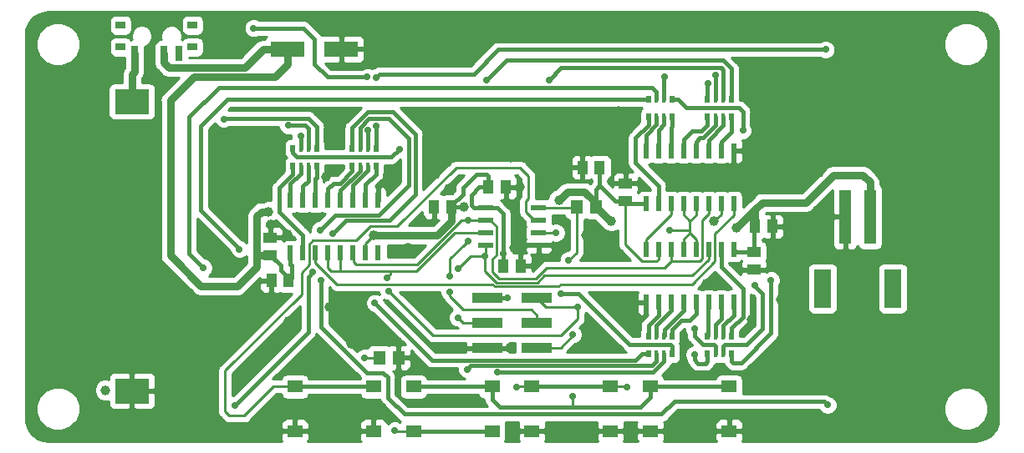
<source format=gbr>
G04 #@! TF.GenerationSoftware,KiCad,Pcbnew,(5.0.0-rc2-dev-482-gf81c77cd4)*
G04 #@! TF.CreationDate,2018-05-10T20:02:33+02:00*
G04 #@! TF.ProjectId,score_board,73636F72655F626F6172642E6B696361,1*
G04 #@! TF.SameCoordinates,Original*
G04 #@! TF.FileFunction,Copper,L2,Bot,Signal*
G04 #@! TF.FilePolarity,Positive*
%FSLAX46Y46*%
G04 Gerber Fmt 4.6, Leading zero omitted, Abs format (unit mm)*
G04 Created by KiCad (PCBNEW (5.0.0-rc2-dev-482-gf81c77cd4)) date Thu May 10 20:02:33 2018*
%MOMM*%
%LPD*%
G01*
G04 APERTURE LIST*
%ADD10R,3.500000X1.600000*%
%ADD11R,3.150000X1.000000*%
%ADD12R,1.400000X1.120000*%
%ADD13R,1.120000X1.400000*%
%ADD14R,0.700000X1.500000*%
%ADD15R,1.000000X0.800000*%
%ADD16R,1.550000X1.300000*%
%ADD17R,1.300000X5.500000*%
%ADD18R,1.800000X3.900000*%
%ADD19R,0.500000X0.800000*%
%ADD20R,0.400000X0.800000*%
%ADD21R,0.600000X1.500000*%
%ADD22R,1.295000X1.400000*%
%ADD23R,1.550000X0.600000*%
%ADD24R,3.510000X2.540000*%
%ADD25C,1.000000*%
%ADD26C,0.700000*%
%ADD27C,0.381000*%
%ADD28C,0.254000*%
%ADD29C,0.762000*%
G04 APERTURE END LIST*
D10*
X87300000Y-107000000D03*
X92700000Y-107000000D03*
D11*
X112525000Y-132240000D03*
X107475000Y-132240000D03*
X112525000Y-134780000D03*
X107475000Y-134780000D03*
X112525000Y-137320000D03*
X107475000Y-137320000D03*
D12*
X134500000Y-127620000D03*
X134500000Y-129380000D03*
D13*
X136380000Y-125000000D03*
X134620000Y-125000000D03*
X118880000Y-119000000D03*
X117120000Y-119000000D03*
X102120000Y-123000000D03*
X103880000Y-123000000D03*
X109120000Y-129000000D03*
X110880000Y-129000000D03*
D12*
X121500000Y-120620000D03*
X121500000Y-122380000D03*
X85500000Y-127880000D03*
X85500000Y-126120000D03*
D13*
X85620000Y-130500000D03*
X87380000Y-130500000D03*
D14*
X71750000Y-107430000D03*
X74750000Y-107430000D03*
X76250000Y-107430000D03*
D15*
X70350000Y-104570000D03*
X77650000Y-104570000D03*
X77650000Y-106780000D03*
X70350000Y-106780000D03*
D16*
X124020000Y-145750000D03*
X124020000Y-141250000D03*
X131980000Y-141250000D03*
X131980000Y-145750000D03*
X107980000Y-145750000D03*
X107980000Y-141250000D03*
X100020000Y-141250000D03*
X100020000Y-145750000D03*
X112020000Y-145750000D03*
X112020000Y-141250000D03*
X119980000Y-141250000D03*
X119980000Y-145750000D03*
X95980000Y-145750000D03*
X95980000Y-141250000D03*
X88020000Y-141250000D03*
X88020000Y-145750000D03*
D17*
X143750000Y-124000000D03*
X146250000Y-124000000D03*
D18*
X141450000Y-131300000D03*
X148550000Y-131300000D03*
D19*
X126200000Y-137900000D03*
D20*
X125400000Y-137900000D03*
D19*
X123800000Y-137900000D03*
D20*
X124600000Y-137900000D03*
D19*
X126200000Y-136100000D03*
D20*
X124600000Y-136100000D03*
X125400000Y-136100000D03*
D19*
X123800000Y-136100000D03*
X126200000Y-113900000D03*
D20*
X124600000Y-113900000D03*
X125400000Y-113900000D03*
D19*
X123800000Y-113900000D03*
D20*
X125400000Y-112100000D03*
D19*
X126200000Y-112100000D03*
D20*
X124600000Y-112100000D03*
D19*
X123800000Y-112100000D03*
X129800000Y-112100000D03*
D20*
X130600000Y-112100000D03*
D19*
X132200000Y-112100000D03*
D20*
X131400000Y-112100000D03*
D19*
X129800000Y-113900000D03*
D20*
X131400000Y-113900000D03*
X130600000Y-113900000D03*
D19*
X132200000Y-113900000D03*
X90200000Y-118900000D03*
D20*
X88600000Y-118900000D03*
X89400000Y-118900000D03*
D19*
X87800000Y-118900000D03*
D20*
X89400000Y-117100000D03*
D19*
X90200000Y-117100000D03*
D20*
X88600000Y-117100000D03*
D19*
X87800000Y-117100000D03*
X93800000Y-117100000D03*
D20*
X94600000Y-117100000D03*
D19*
X96200000Y-117100000D03*
D20*
X95400000Y-117100000D03*
D19*
X93800000Y-118900000D03*
D20*
X95400000Y-118900000D03*
X94600000Y-118900000D03*
D19*
X96200000Y-118900000D03*
X129800000Y-136100000D03*
D20*
X131400000Y-136100000D03*
X130600000Y-136100000D03*
D19*
X132200000Y-136100000D03*
D20*
X130600000Y-137900000D03*
D19*
X129800000Y-137900000D03*
D20*
X131400000Y-137900000D03*
D19*
X132200000Y-137900000D03*
D21*
X87555000Y-127700000D03*
X88825000Y-127700000D03*
X90095000Y-127700000D03*
X91365000Y-127700000D03*
X92635000Y-127700000D03*
X93905000Y-127700000D03*
X95175000Y-127700000D03*
X96445000Y-127700000D03*
X96445000Y-122300000D03*
X95175000Y-122300000D03*
X93905000Y-122300000D03*
X92635000Y-122300000D03*
X91365000Y-122300000D03*
X90095000Y-122300000D03*
X88825000Y-122300000D03*
X87555000Y-122300000D03*
X123555000Y-117300000D03*
X124825000Y-117300000D03*
X126095000Y-117300000D03*
X127365000Y-117300000D03*
X128635000Y-117300000D03*
X129905000Y-117300000D03*
X131175000Y-117300000D03*
X132445000Y-117300000D03*
X132445000Y-122700000D03*
X131175000Y-122700000D03*
X129905000Y-122700000D03*
X128635000Y-122700000D03*
X127365000Y-122700000D03*
X126095000Y-122700000D03*
X124825000Y-122700000D03*
X123555000Y-122700000D03*
D22*
X118467500Y-123000000D03*
X116532500Y-123000000D03*
X98497500Y-138320000D03*
X96562500Y-138320000D03*
D13*
X109380000Y-121000000D03*
X107620000Y-121000000D03*
D21*
X132445000Y-132700000D03*
X131175000Y-132700000D03*
X129905000Y-132700000D03*
X128635000Y-132700000D03*
X127365000Y-132700000D03*
X126095000Y-132700000D03*
X124825000Y-132700000D03*
X123555000Y-132700000D03*
X123555000Y-127300000D03*
X124825000Y-127300000D03*
X126095000Y-127300000D03*
X127365000Y-127300000D03*
X128635000Y-127300000D03*
X129905000Y-127300000D03*
X131175000Y-127300000D03*
X132445000Y-127300000D03*
D23*
X112700000Y-123095000D03*
X112700000Y-124365000D03*
X112700000Y-125635000D03*
X112700000Y-126905000D03*
X107300000Y-126905000D03*
X107300000Y-125635000D03*
X107300000Y-124365000D03*
X107300000Y-123095000D03*
D24*
X71500000Y-112320000D03*
X71500000Y-141680000D03*
D25*
X105100000Y-123030000D03*
X132760000Y-125110000D03*
X120050000Y-124450000D03*
X114740000Y-122300000D03*
X95960000Y-125930000D03*
X85330000Y-123480000D03*
X130460000Y-124450000D03*
D26*
X109120000Y-127790000D03*
X109550000Y-132280000D03*
D25*
X74400000Y-141600000D03*
X71600000Y-143800000D03*
X68800000Y-141600000D03*
X71600000Y-139400000D03*
X110220000Y-127160000D03*
X100760000Y-124550000D03*
X103570000Y-121160000D03*
X121900000Y-133160000D03*
X122670000Y-134510000D03*
X137950000Y-124960000D03*
X141100000Y-119570000D03*
X134840000Y-120490000D03*
X128240000Y-120540000D03*
X121520000Y-119100000D03*
X115680000Y-118980000D03*
X115110000Y-120330000D03*
X109840000Y-117990000D03*
X110810000Y-120990000D03*
X102270000Y-119680000D03*
X97200000Y-120570000D03*
X97870000Y-119420000D03*
X91170000Y-119990000D03*
X89300000Y-124770000D03*
X87290000Y-125840000D03*
X85530000Y-124810000D03*
X93740000Y-136910000D03*
X98540000Y-139850000D03*
X98430000Y-136750000D03*
X91510000Y-133140000D03*
X83920000Y-132450000D03*
X77650000Y-132520000D03*
X102000000Y-132440000D03*
X103560000Y-137290000D03*
X143760000Y-128020000D03*
X141550000Y-124020000D03*
X141420000Y-125710000D03*
X141860000Y-127450000D03*
X137250000Y-132430000D03*
X134240000Y-134410000D03*
X129680000Y-130830000D03*
X109820000Y-137310000D03*
X82670000Y-120630000D03*
X84130000Y-120570000D03*
X136400000Y-144910000D03*
X77710000Y-142490000D03*
X136510000Y-105040000D03*
X133940000Y-145690000D03*
X121950000Y-145800000D03*
X110120000Y-145760000D03*
X87890000Y-143650000D03*
X93940000Y-145740000D03*
X117480000Y-125920000D03*
X120160000Y-127250000D03*
X101830000Y-113760000D03*
X120750000Y-113270000D03*
X99490000Y-127180000D03*
X90110000Y-138030000D03*
X87370000Y-134580000D03*
X105810000Y-142610000D03*
X119050000Y-136480000D03*
X134320000Y-141080000D03*
X86020000Y-136850000D03*
X83960000Y-115570000D03*
X82600000Y-124980000D03*
X110180000Y-113380000D03*
X151790000Y-110320000D03*
X152950000Y-137640000D03*
X95800000Y-107930000D03*
X95800000Y-106440000D03*
X95800000Y-105010000D03*
X68110000Y-106700000D03*
X92030000Y-113590000D03*
X79470000Y-126450000D03*
X82590000Y-106900000D03*
D26*
X134590000Y-131000000D03*
X128490000Y-135390000D03*
X128470000Y-138000000D03*
X114990000Y-131780000D03*
X108520000Y-139789998D03*
X105470000Y-139480000D03*
X96110000Y-132760000D03*
X136230000Y-130450000D03*
X98130000Y-145710000D03*
X95070000Y-138300000D03*
X116160000Y-135960000D03*
X115740000Y-128430000D03*
X116130000Y-142200000D03*
X121620000Y-141310000D03*
X110480000Y-141280000D03*
X114430000Y-125630000D03*
X107250000Y-128000000D03*
X104530000Y-134250000D03*
X104540000Y-129240000D03*
X116650000Y-133180000D03*
X125940000Y-125420000D03*
X97470000Y-131530000D03*
X97299998Y-130170000D03*
X105550000Y-124360000D03*
X103690000Y-131620000D03*
X103730000Y-130000000D03*
X105560000Y-126450000D03*
X98570000Y-117170000D03*
X80800000Y-114080000D03*
X87310000Y-114750000D03*
X88580000Y-115830000D03*
X78730000Y-129200000D03*
X125420000Y-109810000D03*
X133370000Y-115240000D03*
X129820000Y-110490000D03*
X130600000Y-109670000D03*
X113750000Y-110130000D03*
X107410000Y-110140000D03*
X82390000Y-127290000D03*
X96240000Y-109860000D03*
X141760000Y-107040000D03*
X96200941Y-114769945D03*
X95340000Y-109840000D03*
X83820000Y-104880000D03*
X95350000Y-115210000D03*
X89790000Y-129650000D03*
X81930000Y-143150000D03*
X90540000Y-125380000D03*
X141960000Y-143110000D03*
X90660000Y-130470000D03*
X91840000Y-125730000D03*
D27*
X93905000Y-120816578D02*
X95400000Y-119321578D01*
X95400000Y-119321578D02*
X95400000Y-118900000D01*
X93905000Y-122300000D02*
X93905000Y-120816578D01*
X94600000Y-119367222D02*
X94600000Y-118900000D01*
X92635000Y-121332222D02*
X94600000Y-119367222D01*
X92635000Y-122300000D02*
X92635000Y-121332222D01*
X129820000Y-132785000D02*
X129905000Y-132700000D01*
X129800000Y-136100000D02*
X129820000Y-136080000D01*
X129820000Y-136080000D02*
X129820000Y-132785000D01*
X131400000Y-135020000D02*
X131400000Y-136100000D01*
X132445000Y-132700000D02*
X132445000Y-133975000D01*
X132445000Y-133975000D02*
X131400000Y-135020000D01*
X130600000Y-134940000D02*
X130600000Y-136100000D01*
X131175000Y-132700000D02*
X131175000Y-134365000D01*
X131175000Y-134365000D02*
X130600000Y-134940000D01*
X132200000Y-135319000D02*
X133370000Y-134149000D01*
X132200000Y-136100000D02*
X132200000Y-135319000D01*
X133370000Y-134149000D02*
X133370000Y-131280000D01*
X131175000Y-129085000D02*
X131175000Y-127300000D01*
X133370000Y-131280000D02*
X131175000Y-129085000D01*
X90095000Y-122300000D02*
X90095000Y-120135000D01*
X90200000Y-120030000D02*
X90200000Y-118900000D01*
X90095000Y-120135000D02*
X90200000Y-120030000D01*
X89400000Y-120350000D02*
X89400000Y-118900000D01*
X88820000Y-120930000D02*
X89400000Y-120350000D01*
X88825000Y-122300000D02*
X88820000Y-122295000D01*
X88820000Y-122295000D02*
X88820000Y-120930000D01*
X128214000Y-115320000D02*
X129190000Y-115320000D01*
X129800000Y-114710000D02*
X129800000Y-113900000D01*
X129190000Y-115320000D02*
X129800000Y-114710000D01*
X127365000Y-117300000D02*
X127365000Y-116169000D01*
X127365000Y-116169000D02*
X128214000Y-115320000D01*
X131400000Y-114681000D02*
X131400000Y-113900000D01*
X131400000Y-114750000D02*
X131400000Y-114681000D01*
X129905000Y-116245000D02*
X131400000Y-114750000D01*
X129905000Y-117300000D02*
X129905000Y-116245000D01*
X130600000Y-114681000D02*
X130600000Y-113900000D01*
X129316000Y-115965000D02*
X130600000Y-114681000D01*
X129045000Y-115965000D02*
X129316000Y-115965000D01*
X128635000Y-117300000D02*
X128635000Y-116375000D01*
X128635000Y-116375000D02*
X129045000Y-115965000D01*
X132200000Y-114681000D02*
X132200000Y-113900000D01*
X132200000Y-115370000D02*
X132200000Y-114681000D01*
X131175000Y-117300000D02*
X131175000Y-116395000D01*
X131175000Y-116395000D02*
X132200000Y-115370000D01*
X126095000Y-117300000D02*
X126095000Y-114935000D01*
X126200000Y-114830000D02*
X126200000Y-113900000D01*
X126095000Y-114935000D02*
X126200000Y-114830000D01*
X124600000Y-114654357D02*
X124600000Y-113900000D01*
X123555000Y-115699357D02*
X124600000Y-114654357D01*
X123555000Y-117300000D02*
X123555000Y-115699357D01*
X124825000Y-117300000D02*
X124825000Y-115235000D01*
X125400000Y-114660000D02*
X125400000Y-113900000D01*
X124825000Y-115235000D02*
X125400000Y-114660000D01*
X123800000Y-113900000D02*
X123800000Y-114700000D01*
X123800000Y-114700000D02*
X122490000Y-116010000D01*
X122490000Y-116010000D02*
X122490000Y-118530000D01*
X124825000Y-120865000D02*
X124825000Y-122700000D01*
X122490000Y-118530000D02*
X124825000Y-120865000D01*
X127966000Y-134500000D02*
X127170000Y-134500000D01*
X128635000Y-132700000D02*
X128635000Y-133831000D01*
X126200000Y-135470000D02*
X126200000Y-136100000D01*
X127170000Y-134500000D02*
X126200000Y-135470000D01*
X128635000Y-133831000D02*
X127966000Y-134500000D01*
X124600000Y-135010000D02*
X124600000Y-136100000D01*
X126095000Y-132700000D02*
X126095000Y-133515000D01*
X126095000Y-133515000D02*
X124600000Y-135010000D01*
X125410000Y-136090000D02*
X125400000Y-136100000D01*
X127365000Y-132700000D02*
X127365000Y-133505000D01*
X125410000Y-135460000D02*
X125410000Y-136090000D01*
X127365000Y-133505000D02*
X125410000Y-135460000D01*
X123800000Y-135319000D02*
X123800000Y-136100000D01*
X123800000Y-135055644D02*
X123800000Y-135319000D01*
X124825000Y-134030644D02*
X123800000Y-135055644D01*
X124825000Y-132700000D02*
X124825000Y-134030644D01*
X105880000Y-122831000D02*
X106144000Y-123095000D01*
X105880000Y-121799000D02*
X105880000Y-122831000D01*
X106144000Y-123095000D02*
X107300000Y-123095000D01*
X106679000Y-121000000D02*
X105880000Y-121799000D01*
X107620000Y-121000000D02*
X106679000Y-121000000D01*
X103880000Y-122860000D02*
X103880000Y-123000000D01*
X107620000Y-119919000D02*
X107411000Y-119710000D01*
X106360000Y-119710000D02*
X105040000Y-121030000D01*
X105040000Y-121030000D02*
X105040000Y-121700000D01*
X105040000Y-121700000D02*
X103880000Y-122860000D01*
X107620000Y-121000000D02*
X107620000Y-119919000D01*
X107411000Y-119710000D02*
X106360000Y-119710000D01*
X132765000Y-127620000D02*
X132445000Y-127300000D01*
X134500000Y-127620000D02*
X132765000Y-127620000D01*
X134500000Y-125120000D02*
X134620000Y-125000000D01*
X134500000Y-127620000D02*
X134500000Y-125120000D01*
X121820000Y-122700000D02*
X121500000Y-122380000D01*
X123555000Y-122700000D02*
X121820000Y-122700000D01*
X118880000Y-120081000D02*
X118880000Y-119000000D01*
X118880000Y-120841000D02*
X118880000Y-120081000D01*
X121500000Y-122380000D02*
X120419000Y-122380000D01*
X120419000Y-122380000D02*
X118880000Y-120841000D01*
X118467500Y-121253500D02*
X118880000Y-120841000D01*
X118467500Y-123000000D02*
X118467500Y-121253500D01*
X87555000Y-128845000D02*
X87555000Y-127700000D01*
X87670000Y-128960000D02*
X87555000Y-128845000D01*
X87380000Y-130500000D02*
X87670000Y-130210000D01*
X87670000Y-130210000D02*
X87670000Y-128960000D01*
X86570000Y-129460000D02*
X86570000Y-128950000D01*
X87380000Y-130500000D02*
X87380000Y-130270000D01*
X86570000Y-128950000D02*
X85500000Y-127880000D01*
X87380000Y-130270000D02*
X86570000Y-129460000D01*
D28*
X124825000Y-128304000D02*
X124605000Y-128524000D01*
X124825000Y-127300000D02*
X124825000Y-128304000D01*
X124605000Y-128524000D02*
X123190000Y-128524000D01*
X121500000Y-126834000D02*
X121500000Y-122380000D01*
X123190000Y-128524000D02*
X121500000Y-126834000D01*
D27*
X103910000Y-123030000D02*
X103880000Y-123000000D01*
X105100000Y-123030000D02*
X103910000Y-123030000D01*
X108495000Y-123095000D02*
X107300000Y-123095000D01*
X109120000Y-123720000D02*
X108495000Y-123095000D01*
D29*
X146250000Y-120488000D02*
X145542000Y-119780000D01*
X146250000Y-124000000D02*
X146250000Y-120488000D01*
X145542000Y-119780000D02*
X142550000Y-119780000D01*
X142550000Y-119780000D02*
X139770000Y-122560000D01*
X139770000Y-122560000D02*
X135360000Y-122560000D01*
X134620000Y-123300000D02*
X134620000Y-125000000D01*
X135360000Y-122560000D02*
X134620000Y-123300000D01*
X134620000Y-123300000D02*
X134570000Y-123300000D01*
X134570000Y-123300000D02*
X132760000Y-125110000D01*
X119917500Y-124450000D02*
X118467500Y-123000000D01*
X120050000Y-124450000D02*
X119917500Y-124450000D01*
X118467500Y-122627378D02*
X117290122Y-121450000D01*
X118467500Y-123000000D02*
X118467500Y-122627378D01*
X117290122Y-121450000D02*
X115590000Y-121450000D01*
X115590000Y-121450000D02*
X114740000Y-122300000D01*
X103880000Y-123000000D02*
X103880000Y-124462000D01*
X103880000Y-124462000D02*
X102432000Y-125910000D01*
X102432000Y-125910000D02*
X95980000Y-125910000D01*
X95980000Y-125910000D02*
X95960000Y-125930000D01*
X84140000Y-123962894D02*
X84140000Y-129100000D01*
X84622894Y-123480000D02*
X84140000Y-123962894D01*
X85330000Y-123480000D02*
X84622894Y-123480000D01*
X84240000Y-127880000D02*
X85500000Y-127880000D01*
X84140000Y-129100000D02*
X84140000Y-127980000D01*
X84140000Y-127980000D02*
X84240000Y-127880000D01*
D28*
X131175000Y-123735000D02*
X130460000Y-124450000D01*
X131175000Y-122700000D02*
X131175000Y-123735000D01*
X95175000Y-126715000D02*
X95960000Y-125930000D01*
X95175000Y-127700000D02*
X95175000Y-126715000D01*
D27*
X109120000Y-127790000D02*
X109120000Y-127590000D01*
X109120000Y-127590000D02*
X109120000Y-123720000D01*
X109120000Y-129000000D02*
X109120000Y-127790000D01*
X109510000Y-132240000D02*
X109550000Y-132280000D01*
X107475000Y-132240000D02*
X109510000Y-132240000D01*
D29*
X82220000Y-131020000D02*
X84140000Y-129100000D01*
X75390000Y-127960000D02*
X78450000Y-131020000D01*
X75380000Y-112190000D02*
X75390000Y-112200000D01*
X78450000Y-131020000D02*
X82220000Y-131020000D01*
X75390000Y-112200000D02*
X75390000Y-127960000D01*
X82928000Y-108860000D02*
X75250000Y-108860000D01*
X87300000Y-107000000D02*
X84788000Y-107000000D01*
X74750000Y-108360000D02*
X74750000Y-107430000D01*
X75250000Y-108860000D02*
X74750000Y-108360000D01*
X84788000Y-107000000D02*
X82928000Y-108860000D01*
X86022000Y-109840000D02*
X87300000Y-108562000D01*
X75390000Y-112200000D02*
X77750000Y-109840000D01*
X87300000Y-108562000D02*
X87300000Y-107000000D01*
X77750000Y-109840000D02*
X86022000Y-109840000D01*
D27*
X110880000Y-127820000D02*
X110880000Y-129000000D01*
X110220000Y-127160000D02*
X110880000Y-127820000D01*
X135390000Y-135350000D02*
X135390000Y-131810000D01*
X135390000Y-131810000D02*
X134790000Y-131210000D01*
X133770000Y-136970000D02*
X135390000Y-135350000D01*
X131549000Y-136970000D02*
X133770000Y-136970000D01*
X131400000Y-137900000D02*
X131400000Y-137119000D01*
X131400000Y-137119000D02*
X131549000Y-136970000D01*
X134790000Y-131210000D02*
X134790000Y-131200000D01*
X134790000Y-131200000D02*
X134590000Y-131000000D01*
X128490000Y-135884974D02*
X128490000Y-135390000D01*
X128490000Y-136120000D02*
X128490000Y-135884974D01*
X129370000Y-137000000D02*
X128490000Y-136120000D01*
X130481000Y-137000000D02*
X129370000Y-137000000D01*
X130600000Y-137900000D02*
X130600000Y-137119000D01*
X130600000Y-137119000D02*
X130481000Y-137000000D01*
X128850000Y-138890000D02*
X128470000Y-138510000D01*
X128470000Y-138510000D02*
X128470000Y-138000000D01*
X129610000Y-138890000D02*
X128850000Y-138890000D01*
X129800000Y-137900000D02*
X129800000Y-138700000D01*
X129800000Y-138700000D02*
X129610000Y-138890000D01*
X116714974Y-131780000D02*
X115484974Y-131780000D01*
X115484974Y-131780000D02*
X114990000Y-131780000D01*
X121914974Y-136980000D02*
X116714974Y-131780000D01*
X126061000Y-136980000D02*
X121914974Y-136980000D01*
X126200000Y-137119000D02*
X126061000Y-136980000D01*
X126200000Y-137900000D02*
X126200000Y-137119000D01*
X124291002Y-139789998D02*
X109014974Y-139789998D01*
X109014974Y-139789998D02*
X108520000Y-139789998D01*
X125400000Y-138681000D02*
X124291002Y-139789998D01*
X125400000Y-137900000D02*
X125400000Y-138681000D01*
X124600000Y-138681000D02*
X124184411Y-139096589D01*
X105853411Y-139096589D02*
X105819999Y-139130001D01*
X124600000Y-137900000D02*
X124600000Y-138681000D01*
X105819999Y-139130001D02*
X105470000Y-139480000D01*
X124184411Y-139096589D02*
X105853411Y-139096589D01*
X122505822Y-138563178D02*
X102933178Y-138563178D01*
X123800000Y-137900000D02*
X123169000Y-137900000D01*
X123169000Y-137900000D02*
X122505822Y-138563178D01*
X102933178Y-138563178D02*
X101913178Y-138563178D01*
X101913178Y-138563178D02*
X96110000Y-132760000D01*
D28*
X126095000Y-123704000D02*
X126095000Y-122700000D01*
X126095000Y-123756000D02*
X126095000Y-123704000D01*
X123555000Y-127300000D02*
X123555000Y-126296000D01*
X123555000Y-126296000D02*
X126095000Y-123756000D01*
D27*
X136240000Y-130460000D02*
X136230000Y-130450000D01*
X136240000Y-135810000D02*
X136240000Y-130460000D01*
X133210000Y-138840000D02*
X136240000Y-135810000D01*
X132359000Y-138840000D02*
X133210000Y-138840000D01*
X132200000Y-137900000D02*
X132200000Y-138681000D01*
X132200000Y-138681000D02*
X132359000Y-138840000D01*
X106824000Y-145750000D02*
X100020000Y-145750000D01*
X107980000Y-145750000D02*
X106824000Y-145750000D01*
D28*
X100020000Y-145750000D02*
X98170000Y-145750000D01*
X98170000Y-145750000D02*
X98130000Y-145710000D01*
X96542500Y-138300000D02*
X96562500Y-138320000D01*
X95070000Y-138300000D02*
X96542500Y-138300000D01*
X116437500Y-123095000D02*
X116532500Y-123000000D01*
X112700000Y-123095000D02*
X116437500Y-123095000D01*
D27*
X107980000Y-141250000D02*
X100020000Y-141250000D01*
X130824000Y-141250000D02*
X124020000Y-141250000D01*
X131980000Y-141250000D02*
X130824000Y-141250000D01*
X124020000Y-142281000D02*
X122961000Y-143340000D01*
X124020000Y-141250000D02*
X124020000Y-142281000D01*
X107980000Y-142560000D02*
X107980000Y-141250000D01*
X108760000Y-143340000D02*
X107980000Y-142560000D01*
D28*
X112525000Y-137320000D02*
X114920000Y-137320000D01*
X114920000Y-137320000D02*
X116160000Y-136080000D01*
X116160000Y-136080000D02*
X116160000Y-135960000D01*
X116532500Y-127637500D02*
X116532500Y-123000000D01*
X115740000Y-128430000D02*
X116532500Y-127637500D01*
X116130000Y-143320000D02*
X116150000Y-143340000D01*
X116130000Y-142200000D02*
X116130000Y-143320000D01*
D27*
X122961000Y-143340000D02*
X116150000Y-143340000D01*
X116150000Y-143340000D02*
X108760000Y-143340000D01*
X95980000Y-141250000D02*
X88020000Y-141250000D01*
D28*
X112225000Y-124365000D02*
X112700000Y-124365000D01*
X111420000Y-123560000D02*
X112225000Y-124365000D01*
X111420000Y-122450000D02*
X111420000Y-123560000D01*
X111670000Y-119880000D02*
X111670000Y-122200000D01*
X80950000Y-143770000D02*
X80950000Y-139620000D01*
X111670000Y-122200000D02*
X111420000Y-122450000D01*
X110820000Y-119030000D02*
X111670000Y-119880000D01*
X81360000Y-144180000D02*
X80950000Y-143770000D01*
X82890000Y-144180000D02*
X81360000Y-144180000D01*
X80950000Y-139620000D02*
X88670000Y-131900000D01*
X88020000Y-141250000D02*
X85820000Y-141250000D01*
X85820000Y-141250000D02*
X82890000Y-144180000D01*
X89460000Y-126782078D02*
X89832078Y-126410000D01*
X88670000Y-131900000D02*
X88670000Y-129670000D01*
X89460000Y-128880000D02*
X89460000Y-126782078D01*
X104327078Y-119030000D02*
X110820000Y-119030000D01*
X88670000Y-129670000D02*
X89460000Y-128880000D01*
X89832078Y-126410000D02*
X94236038Y-126410000D01*
X95646038Y-125000000D02*
X98357078Y-125000000D01*
X94236038Y-126410000D02*
X95646038Y-125000000D01*
X98357078Y-125000000D02*
X104327078Y-119030000D01*
D27*
X113176000Y-141250000D02*
X119980000Y-141250000D01*
X112020000Y-141250000D02*
X113176000Y-141250000D01*
D28*
X119980000Y-141250000D02*
X121560000Y-141250000D01*
X121560000Y-141250000D02*
X121620000Y-141310000D01*
X112020000Y-141250000D02*
X110510000Y-141250000D01*
X110510000Y-141250000D02*
X110480000Y-141280000D01*
X112705000Y-125630000D02*
X112700000Y-125635000D01*
X114430000Y-125630000D02*
X112705000Y-125630000D01*
X107300000Y-127950000D02*
X107250000Y-128000000D01*
X107300000Y-126905000D02*
X107300000Y-127950000D01*
X107300000Y-126905000D02*
X106825000Y-126905000D01*
X107475000Y-134780000D02*
X105060000Y-134780000D01*
X105060000Y-134780000D02*
X104530000Y-134250000D01*
X105780000Y-128000000D02*
X107250000Y-128000000D01*
X104540000Y-129240000D02*
X105780000Y-128000000D01*
X129905000Y-128304000D02*
X128229599Y-129979401D01*
X128229599Y-129979401D02*
X113255349Y-129979401D01*
X112548340Y-130686411D02*
X108396411Y-130686411D01*
X108396411Y-130686411D02*
X107250000Y-129540000D01*
X107250000Y-129540000D02*
X107250000Y-128494974D01*
X129905000Y-127300000D02*
X129905000Y-128304000D01*
X113255349Y-129979401D02*
X112548340Y-130686411D01*
X107250000Y-128494974D02*
X107250000Y-128000000D01*
X92635000Y-129465000D02*
X92635000Y-127700000D01*
X92710000Y-129540000D02*
X92635000Y-129465000D01*
X92710000Y-129540000D02*
X91694000Y-129540000D01*
X91365000Y-129211000D02*
X91365000Y-127700000D01*
X91694000Y-129540000D02*
X91365000Y-129211000D01*
X128016000Y-124460000D02*
X127365000Y-123809000D01*
X128635000Y-127300000D02*
X128635000Y-126296000D01*
X127365000Y-123809000D02*
X127365000Y-122700000D01*
X128635000Y-126296000D02*
X128016000Y-125677000D01*
X127365000Y-127300000D02*
X127365000Y-126296000D01*
X127984000Y-125677000D02*
X128016000Y-125677000D01*
X127365000Y-126296000D02*
X127984000Y-125677000D01*
X128635000Y-123841000D02*
X128635000Y-122700000D01*
X128016000Y-124460000D02*
X128635000Y-123841000D01*
X127946000Y-125420000D02*
X128016000Y-125350000D01*
X125940000Y-125420000D02*
X127946000Y-125420000D01*
X128016000Y-125677000D02*
X128016000Y-125350000D01*
X128016000Y-125350000D02*
X128016000Y-124460000D01*
X97610000Y-129540000D02*
X92710000Y-129540000D01*
X100520000Y-134580000D02*
X97470000Y-131530000D01*
X102030000Y-136090000D02*
X100520000Y-134580000D01*
X116650000Y-133180000D02*
X116650000Y-134360000D01*
X114920000Y-136090000D02*
X102030000Y-136090000D01*
X116650000Y-134360000D02*
X114920000Y-136090000D01*
X116650000Y-133180000D02*
X113465000Y-133180000D01*
X113465000Y-133180000D02*
X112525000Y-132240000D01*
X100310713Y-129540000D02*
X97610000Y-129540000D01*
X104215713Y-125635000D02*
X100310713Y-129540000D01*
X107300000Y-125635000D02*
X104215713Y-125635000D01*
X97649997Y-129579997D02*
X97649997Y-129820001D01*
X97610000Y-129540000D02*
X97649997Y-129579997D01*
X97649997Y-129820001D02*
X97299998Y-130170000D01*
X105555000Y-124365000D02*
X105550000Y-124360000D01*
X107300000Y-124365000D02*
X105555000Y-124365000D01*
X126095000Y-128495000D02*
X126095000Y-127300000D01*
X129260000Y-124349000D02*
X129260000Y-128230000D01*
X129260000Y-128230000D02*
X128970000Y-128520000D01*
X129905000Y-122700000D02*
X129905000Y-123704000D01*
X128970000Y-128520000D02*
X126120000Y-128520000D01*
X129905000Y-123704000D02*
X129260000Y-124349000D01*
X126120000Y-128520000D02*
X126095000Y-128495000D01*
X111959000Y-133460000D02*
X112525000Y-134026000D01*
X105080000Y-133460000D02*
X111959000Y-133460000D01*
X103690000Y-132070000D02*
X105080000Y-133460000D01*
X112525000Y-134026000D02*
X112525000Y-134780000D01*
X103690000Y-131620000D02*
X103690000Y-132070000D01*
X105210001Y-126799999D02*
X105560000Y-126450000D01*
X103730000Y-128280000D02*
X105210001Y-126799999D01*
X103730000Y-130000000D02*
X103730000Y-128280000D01*
X105055026Y-124360000D02*
X105550000Y-124360000D01*
X93905000Y-127417077D02*
X93920000Y-127432077D01*
X93905000Y-127700000D02*
X93905000Y-127417077D01*
X93920000Y-127432077D02*
X93920000Y-128590000D01*
X93920000Y-128590000D02*
X94210000Y-128880000D01*
X94210000Y-128880000D02*
X100395962Y-128880000D01*
X104915962Y-124360000D02*
X105055026Y-124360000D01*
X100395962Y-128880000D02*
X104915962Y-124360000D01*
X107775000Y-124365000D02*
X107300000Y-124365000D01*
X108390000Y-124980000D02*
X107775000Y-124365000D01*
X108010000Y-128290000D02*
X108390000Y-127910000D01*
X126120000Y-128520000D02*
X126090000Y-128520000D01*
X108010000Y-129645250D02*
X108010000Y-128290000D01*
X125460000Y-129150000D02*
X113510000Y-129150000D01*
X108390000Y-127910000D02*
X108390000Y-124980000D01*
X126090000Y-128520000D02*
X125460000Y-129150000D01*
X113510000Y-129150000D02*
X112380000Y-130280000D01*
X112380000Y-130280000D02*
X108644751Y-130280000D01*
X108644751Y-130280000D02*
X108010000Y-129645250D01*
X132445000Y-123704000D02*
X132445000Y-122700000D01*
X132445000Y-123865000D02*
X132445000Y-123704000D01*
X130550000Y-125760000D02*
X132445000Y-123865000D01*
X130550000Y-128500000D02*
X130550000Y-125760000D01*
X128200000Y-130850000D02*
X130550000Y-128500000D01*
X114908486Y-130850000D02*
X128200000Y-130850000D01*
X114665664Y-131092822D02*
X114908486Y-130850000D01*
X108228071Y-131092822D02*
X114665664Y-131092822D01*
X97451514Y-130850000D02*
X107985250Y-130850000D01*
X90095000Y-128704000D02*
X92241000Y-130850000D01*
X90095000Y-127700000D02*
X90095000Y-128704000D01*
X96828486Y-130850000D02*
X96837887Y-130859401D01*
X107985250Y-130850000D02*
X108228071Y-131092822D01*
X96837887Y-130859401D02*
X97442113Y-130859401D01*
X92241000Y-130850000D02*
X96828486Y-130850000D01*
X97442113Y-130859401D02*
X97451514Y-130850000D01*
D27*
X88232778Y-117950000D02*
X97760000Y-117950000D01*
X87800000Y-117100000D02*
X87800000Y-117517222D01*
X97760000Y-117950000D02*
X97790000Y-117920000D01*
X87800000Y-117517222D02*
X88232778Y-117950000D01*
X97760000Y-117950000D02*
X97790000Y-117950000D01*
X97790000Y-117950000D02*
X98570000Y-117170000D01*
X90200000Y-117100000D02*
X90200000Y-114880000D01*
X90200000Y-114880000D02*
X89360000Y-114040000D01*
X89360000Y-114040000D02*
X80840000Y-114040000D01*
X80840000Y-114040000D02*
X80800000Y-114080000D01*
X89400000Y-117100000D02*
X89400000Y-115080000D01*
X89400000Y-115080000D02*
X89060000Y-114740000D01*
X89060000Y-114740000D02*
X87320000Y-114740000D01*
X87320000Y-114740000D02*
X87310000Y-114750000D01*
X88600000Y-117100000D02*
X88600000Y-115850000D01*
X88600000Y-115850000D02*
X88580000Y-115830000D01*
X78380001Y-128850001D02*
X78730000Y-129200000D01*
X124600000Y-111319000D02*
X124191000Y-110910000D01*
X77310000Y-127780000D02*
X78380001Y-128850001D01*
X124600000Y-112100000D02*
X124600000Y-111319000D01*
X124191000Y-110910000D02*
X80290000Y-110910000D01*
X77310000Y-113890000D02*
X77310000Y-127780000D01*
X80290000Y-110910000D02*
X77310000Y-113890000D01*
X125400000Y-112100000D02*
X125400000Y-111319000D01*
X125400000Y-111319000D02*
X125400000Y-109830000D01*
X125400000Y-109830000D02*
X125420000Y-109810000D01*
X126831000Y-112100000D02*
X127691000Y-112960000D01*
X126200000Y-112100000D02*
X126831000Y-112100000D01*
X133370000Y-113320000D02*
X133010000Y-112960000D01*
X133370000Y-115240000D02*
X133370000Y-113320000D01*
X127691000Y-112960000D02*
X133010000Y-112960000D01*
X129800000Y-112100000D02*
X129800000Y-110510000D01*
X129800000Y-110510000D02*
X129820000Y-110490000D01*
X130600000Y-112100000D02*
X130600000Y-109670000D01*
X131400000Y-112100000D02*
X131400000Y-109110000D01*
X131400000Y-109110000D02*
X131190000Y-108900000D01*
X131190000Y-108900000D02*
X114980000Y-108900000D01*
X114980000Y-108900000D02*
X113750000Y-110130000D01*
X132200000Y-112100000D02*
X132200000Y-108980000D01*
X107759999Y-109790001D02*
X107410000Y-110140000D01*
X109410000Y-108140000D02*
X107759999Y-109790001D01*
X131360000Y-108140000D02*
X109410000Y-108140000D01*
X132200000Y-108980000D02*
X131360000Y-108140000D01*
X81168120Y-112100000D02*
X78480000Y-114788120D01*
X78480000Y-114788120D02*
X78480000Y-123380000D01*
X123800000Y-112100000D02*
X81168120Y-112100000D01*
X82040001Y-126940001D02*
X82390000Y-127290000D01*
X78480000Y-123380000D02*
X82040001Y-126940001D01*
X91924000Y-120610000D02*
X91365000Y-121169000D01*
X92570000Y-120610000D02*
X91924000Y-120610000D01*
X93800000Y-118900000D02*
X93800000Y-119380000D01*
X91365000Y-121169000D02*
X91365000Y-122300000D01*
X93800000Y-119380000D02*
X92570000Y-120610000D01*
X96200000Y-119681000D02*
X96200000Y-118900000D01*
X96200000Y-119690000D02*
X96200000Y-119681000D01*
X95175000Y-122300000D02*
X95175000Y-120715000D01*
X95175000Y-120715000D02*
X96200000Y-119690000D01*
X96589999Y-109510001D02*
X106129999Y-109510001D01*
X96240000Y-109860000D02*
X96589999Y-109510001D01*
X106129999Y-109510001D02*
X108600000Y-107040000D01*
X108600000Y-107040000D02*
X141760000Y-107040000D01*
X96200000Y-114770886D02*
X96200941Y-114769945D01*
X96200000Y-117100000D02*
X96200000Y-114770886D01*
X95400000Y-117100000D02*
X95400000Y-115260000D01*
X95400000Y-115260000D02*
X95350000Y-115210000D01*
X88880000Y-104880000D02*
X86380000Y-104880000D01*
X90000000Y-108500000D02*
X90000000Y-106000000D01*
X90000000Y-106000000D02*
X88880000Y-104880000D01*
X95340000Y-109840000D02*
X91340000Y-109840000D01*
X86380000Y-104880000D02*
X83820000Y-104880000D01*
X91340000Y-109840000D02*
X90000000Y-108500000D01*
X94600000Y-116319000D02*
X94610000Y-116309000D01*
X94600000Y-117100000D02*
X94600000Y-116319000D01*
X89790000Y-129650000D02*
X89350000Y-130090000D01*
X89350000Y-130090000D02*
X89350000Y-135730000D01*
X89350000Y-135730000D02*
X81930000Y-143150000D01*
X94600000Y-116319000D02*
X94600000Y-114934506D01*
X97480000Y-114020000D02*
X99560000Y-116100000D01*
X92083322Y-123836678D02*
X90889999Y-125030001D01*
X99560000Y-120772267D02*
X96495589Y-123836678D01*
X90889999Y-125030001D02*
X90540000Y-125380000D01*
X99560000Y-116100000D02*
X99560000Y-120772267D01*
X96495589Y-123836678D02*
X92083322Y-123836678D01*
X95514506Y-114020000D02*
X97480000Y-114020000D01*
X94600000Y-114934506D02*
X95514506Y-114020000D01*
X90660000Y-135180000D02*
X90660000Y-130470000D01*
X96930000Y-139850000D02*
X95330000Y-139850000D01*
X125150000Y-144050000D02*
X99080000Y-144050000D01*
X95330000Y-139850000D02*
X90660000Y-135180000D01*
X141960000Y-143110000D02*
X141610001Y-142760001D01*
X97400000Y-140320000D02*
X96930000Y-139850000D01*
X141610001Y-142760001D02*
X126439999Y-142760001D01*
X126439999Y-142760001D02*
X125150000Y-144050000D01*
X99080000Y-144050000D02*
X97400000Y-142370000D01*
X97400000Y-142370000D02*
X97400000Y-140320000D01*
X93800000Y-116319000D02*
X93800000Y-117100000D01*
X93199911Y-124370089D02*
X97579911Y-124370089D01*
X93800000Y-114980149D02*
X93800000Y-116319000D01*
X97579911Y-124370089D02*
X100190000Y-121760000D01*
X100190000Y-115630000D02*
X97960000Y-113400000D01*
X97960000Y-113400000D02*
X95380149Y-113400000D01*
X95380149Y-113400000D02*
X93800000Y-114980149D01*
X91840000Y-125730000D02*
X93199911Y-124370089D01*
X100190000Y-121760000D02*
X100190000Y-115630000D01*
D29*
X71500000Y-112320000D02*
X71500000Y-109540000D01*
X71750000Y-109290000D02*
X71750000Y-107430000D01*
X71500000Y-109540000D02*
X71750000Y-109290000D01*
D27*
X88600000Y-119635356D02*
X88600000Y-118900000D01*
X87555000Y-120680356D02*
X88600000Y-119635356D01*
X87555000Y-122300000D02*
X87555000Y-120680356D01*
X87800000Y-118900000D02*
X87800000Y-119681000D01*
X87800000Y-119681000D02*
X86410000Y-121071000D01*
X86410000Y-121071000D02*
X86410000Y-123500000D01*
X88825000Y-125915000D02*
X88825000Y-127700000D01*
X86410000Y-123500000D02*
X88825000Y-125915000D01*
D28*
G36*
X157519918Y-103300594D02*
X158011944Y-103479191D01*
X158449692Y-103766192D01*
X158809668Y-104146190D01*
X159072576Y-104598821D01*
X159227220Y-105109416D01*
X159265000Y-105532732D01*
X159265001Y-144457290D01*
X159199405Y-145019918D01*
X159020809Y-145511944D01*
X158733810Y-145949689D01*
X158353807Y-146309670D01*
X157901180Y-146572576D01*
X157390584Y-146727220D01*
X156967269Y-146765000D01*
X133288026Y-146765000D01*
X133293327Y-146759699D01*
X133390000Y-146526310D01*
X133390000Y-146035750D01*
X133231250Y-145877000D01*
X132107000Y-145877000D01*
X132107000Y-145897000D01*
X131853000Y-145897000D01*
X131853000Y-145877000D01*
X130728750Y-145877000D01*
X130570000Y-146035750D01*
X130570000Y-146526310D01*
X130666673Y-146759699D01*
X130671974Y-146765000D01*
X125328026Y-146765000D01*
X125333327Y-146759699D01*
X125430000Y-146526310D01*
X125430000Y-146035750D01*
X125271250Y-145877000D01*
X124147000Y-145877000D01*
X124147000Y-145897000D01*
X123893000Y-145897000D01*
X123893000Y-145877000D01*
X122768750Y-145877000D01*
X122610000Y-146035750D01*
X122610000Y-146526310D01*
X122706673Y-146759699D01*
X122711974Y-146765000D01*
X121288026Y-146765000D01*
X121293327Y-146759699D01*
X121390000Y-146526310D01*
X121390000Y-146035750D01*
X121231250Y-145877000D01*
X120107000Y-145877000D01*
X120107000Y-145897000D01*
X119853000Y-145897000D01*
X119853000Y-145877000D01*
X118728750Y-145877000D01*
X118570000Y-146035750D01*
X118570000Y-146526310D01*
X118666673Y-146759699D01*
X118671974Y-146765000D01*
X113328026Y-146765000D01*
X113333327Y-146759699D01*
X113430000Y-146526310D01*
X113430000Y-146035750D01*
X113271250Y-145877000D01*
X112147000Y-145877000D01*
X112147000Y-145897000D01*
X111893000Y-145897000D01*
X111893000Y-145877000D01*
X110768750Y-145877000D01*
X110610000Y-146035750D01*
X110610000Y-146526310D01*
X110706673Y-146759699D01*
X110711974Y-146765000D01*
X109274822Y-146765000D01*
X109353157Y-146647765D01*
X109402440Y-146400000D01*
X109402440Y-145100000D01*
X109357785Y-144875500D01*
X110650672Y-144875500D01*
X110610000Y-144973690D01*
X110610000Y-145464250D01*
X110768750Y-145623000D01*
X111893000Y-145623000D01*
X111893000Y-145603000D01*
X112147000Y-145603000D01*
X112147000Y-145623000D01*
X113271250Y-145623000D01*
X113430000Y-145464250D01*
X113430000Y-144973690D01*
X113389328Y-144875500D01*
X118610672Y-144875500D01*
X118570000Y-144973690D01*
X118570000Y-145464250D01*
X118728750Y-145623000D01*
X119853000Y-145623000D01*
X119853000Y-145603000D01*
X120107000Y-145603000D01*
X120107000Y-145623000D01*
X121231250Y-145623000D01*
X121390000Y-145464250D01*
X121390000Y-144973690D01*
X121349328Y-144875500D01*
X122650672Y-144875500D01*
X122610000Y-144973690D01*
X122610000Y-145464250D01*
X122768750Y-145623000D01*
X123893000Y-145623000D01*
X123893000Y-145603000D01*
X124147000Y-145603000D01*
X124147000Y-145623000D01*
X125271250Y-145623000D01*
X125430000Y-145464250D01*
X125430000Y-144973690D01*
X130570000Y-144973690D01*
X130570000Y-145464250D01*
X130728750Y-145623000D01*
X131853000Y-145623000D01*
X131853000Y-144623750D01*
X132107000Y-144623750D01*
X132107000Y-145623000D01*
X133231250Y-145623000D01*
X133390000Y-145464250D01*
X133390000Y-144973690D01*
X133293327Y-144740301D01*
X133114698Y-144561673D01*
X132881309Y-144465000D01*
X132265750Y-144465000D01*
X132107000Y-144623750D01*
X131853000Y-144623750D01*
X131694250Y-144465000D01*
X131078691Y-144465000D01*
X130845302Y-144561673D01*
X130666673Y-144740301D01*
X130570000Y-144973690D01*
X125430000Y-144973690D01*
X125377299Y-144846460D01*
X125472094Y-144827604D01*
X125745152Y-144645152D01*
X125791209Y-144576223D01*
X126781932Y-143585501D01*
X141090803Y-143585501D01*
X141124958Y-143667958D01*
X141402042Y-143945042D01*
X141764071Y-144095000D01*
X142155929Y-144095000D01*
X142517958Y-143945042D01*
X142795042Y-143667958D01*
X142945000Y-143305929D01*
X142945000Y-143055431D01*
X153765000Y-143055431D01*
X153765000Y-143944569D01*
X154105259Y-144766026D01*
X154733974Y-145394741D01*
X155555431Y-145735000D01*
X156444569Y-145735000D01*
X157266026Y-145394741D01*
X157894741Y-144766026D01*
X158235000Y-143944569D01*
X158235000Y-143055431D01*
X157894741Y-142233974D01*
X157266026Y-141605259D01*
X156444569Y-141265000D01*
X155555431Y-141265000D01*
X154733974Y-141605259D01*
X154105259Y-142233974D01*
X153765000Y-143055431D01*
X142945000Y-143055431D01*
X142945000Y-142914071D01*
X142795042Y-142552042D01*
X142517958Y-142274958D01*
X142155929Y-142125000D01*
X142145515Y-142125000D01*
X141932095Y-141982397D01*
X141691304Y-141934501D01*
X141691302Y-141934501D01*
X141610001Y-141918329D01*
X141528700Y-141934501D01*
X133395577Y-141934501D01*
X133402440Y-141900000D01*
X133402440Y-140600000D01*
X133353157Y-140352235D01*
X133212809Y-140142191D01*
X133002765Y-140001843D01*
X132755000Y-139952560D01*
X131205000Y-139952560D01*
X130957235Y-140001843D01*
X130747191Y-140142191D01*
X130606843Y-140352235D01*
X130592469Y-140424500D01*
X125407531Y-140424500D01*
X125393157Y-140352235D01*
X125252809Y-140142191D01*
X125164948Y-140083484D01*
X125926226Y-139322207D01*
X125995152Y-139276152D01*
X126177604Y-139003094D01*
X126188674Y-138947440D01*
X126450000Y-138947440D01*
X126697765Y-138898157D01*
X126907809Y-138757809D01*
X127048157Y-138547765D01*
X127097440Y-138300000D01*
X127097440Y-137500000D01*
X127048157Y-137252235D01*
X127025500Y-137218327D01*
X127025500Y-137200303D01*
X127041672Y-137119000D01*
X127024814Y-137034250D01*
X126986256Y-136840405D01*
X127048157Y-136747765D01*
X127097440Y-136500000D01*
X127097440Y-135739992D01*
X127505000Y-135332433D01*
X127505000Y-135585929D01*
X127654958Y-135947958D01*
X127664500Y-135957500D01*
X127664500Y-136038699D01*
X127648328Y-136120000D01*
X127664500Y-136201301D01*
X127664500Y-136201302D01*
X127712396Y-136442093D01*
X127894848Y-136715152D01*
X127963777Y-136761209D01*
X128234117Y-137031550D01*
X127912042Y-137164958D01*
X127634958Y-137442042D01*
X127485000Y-137804071D01*
X127485000Y-138195929D01*
X127634958Y-138557958D01*
X127638590Y-138561590D01*
X127644500Y-138591301D01*
X127644500Y-138591302D01*
X127692396Y-138832093D01*
X127874848Y-139105152D01*
X127943777Y-139151209D01*
X128208791Y-139416223D01*
X128254848Y-139485152D01*
X128527906Y-139667604D01*
X128768697Y-139715500D01*
X128768701Y-139715500D01*
X128849999Y-139731671D01*
X128931297Y-139715500D01*
X129528699Y-139715500D01*
X129610000Y-139731672D01*
X129691301Y-139715500D01*
X129691303Y-139715500D01*
X129932094Y-139667604D01*
X130205152Y-139485152D01*
X130251209Y-139416223D01*
X130326223Y-139341209D01*
X130395152Y-139295152D01*
X130577604Y-139022094D01*
X130592454Y-138947440D01*
X130800000Y-138947440D01*
X131000000Y-138907658D01*
X131200000Y-138947440D01*
X131411327Y-138947440D01*
X131422397Y-139003094D01*
X131604849Y-139276152D01*
X131673775Y-139322207D01*
X131717791Y-139366223D01*
X131763848Y-139435152D01*
X132036906Y-139617604D01*
X132277697Y-139665500D01*
X132277699Y-139665500D01*
X132359000Y-139681672D01*
X132440301Y-139665500D01*
X133128699Y-139665500D01*
X133210000Y-139681672D01*
X133291301Y-139665500D01*
X133291303Y-139665500D01*
X133532094Y-139617604D01*
X133805152Y-139435152D01*
X133851209Y-139366223D01*
X136766226Y-136451207D01*
X136835152Y-136405152D01*
X137017604Y-136132094D01*
X137065500Y-135891303D01*
X137065500Y-135891299D01*
X137081671Y-135810001D01*
X137065500Y-135728703D01*
X137065500Y-131006852D01*
X137215000Y-130645929D01*
X137215000Y-130254071D01*
X137065042Y-129892042D01*
X136787958Y-129614958D01*
X136425929Y-129465000D01*
X136034071Y-129465000D01*
X135751355Y-129582105D01*
X135676250Y-129507000D01*
X134627000Y-129507000D01*
X134627000Y-129527000D01*
X134373000Y-129527000D01*
X134373000Y-129507000D01*
X133323750Y-129507000D01*
X133165000Y-129665750D01*
X133165000Y-129907567D01*
X132607433Y-129350000D01*
X139902560Y-129350000D01*
X139902560Y-133250000D01*
X139951843Y-133497765D01*
X140092191Y-133707809D01*
X140302235Y-133848157D01*
X140550000Y-133897440D01*
X142350000Y-133897440D01*
X142597765Y-133848157D01*
X142807809Y-133707809D01*
X142948157Y-133497765D01*
X142997440Y-133250000D01*
X142997440Y-129350000D01*
X147002560Y-129350000D01*
X147002560Y-133250000D01*
X147051843Y-133497765D01*
X147192191Y-133707809D01*
X147402235Y-133848157D01*
X147650000Y-133897440D01*
X149450000Y-133897440D01*
X149697765Y-133848157D01*
X149907809Y-133707809D01*
X150048157Y-133497765D01*
X150097440Y-133250000D01*
X150097440Y-129350000D01*
X150048157Y-129102235D01*
X149907809Y-128892191D01*
X149697765Y-128751843D01*
X149450000Y-128702560D01*
X147650000Y-128702560D01*
X147402235Y-128751843D01*
X147192191Y-128892191D01*
X147051843Y-129102235D01*
X147002560Y-129350000D01*
X142997440Y-129350000D01*
X142948157Y-129102235D01*
X142807809Y-128892191D01*
X142597765Y-128751843D01*
X142350000Y-128702560D01*
X140550000Y-128702560D01*
X140302235Y-128751843D01*
X140092191Y-128892191D01*
X139951843Y-129102235D01*
X139902560Y-129350000D01*
X132607433Y-129350000D01*
X132000500Y-128743068D01*
X132000500Y-128668697D01*
X132145000Y-128697440D01*
X132745000Y-128697440D01*
X132992765Y-128648157D01*
X133202809Y-128507809D01*
X133229068Y-128468510D01*
X133247097Y-128495492D01*
X133165000Y-128693691D01*
X133165000Y-129094250D01*
X133323750Y-129253000D01*
X134373000Y-129253000D01*
X134373000Y-129233000D01*
X134627000Y-129233000D01*
X134627000Y-129253000D01*
X135676250Y-129253000D01*
X135835000Y-129094250D01*
X135835000Y-128693691D01*
X135752903Y-128495492D01*
X135798157Y-128427765D01*
X135847440Y-128180000D01*
X135847440Y-127060000D01*
X135798157Y-126812235D01*
X135657809Y-126602191D01*
X135447765Y-126461843D01*
X135325500Y-126437523D01*
X135325500Y-126318499D01*
X135427765Y-126298157D01*
X135495492Y-126252903D01*
X135693691Y-126335000D01*
X136094250Y-126335000D01*
X136253000Y-126176250D01*
X136253000Y-125127000D01*
X136507000Y-125127000D01*
X136507000Y-126176250D01*
X136665750Y-126335000D01*
X137066309Y-126335000D01*
X137299698Y-126238327D01*
X137478327Y-126059699D01*
X137575000Y-125826310D01*
X137575000Y-125285750D01*
X137416250Y-125127000D01*
X136507000Y-125127000D01*
X136253000Y-125127000D01*
X136233000Y-125127000D01*
X136233000Y-124873000D01*
X136253000Y-124873000D01*
X136253000Y-123823750D01*
X136507000Y-123823750D01*
X136507000Y-124873000D01*
X137416250Y-124873000D01*
X137575000Y-124714250D01*
X137575000Y-124285750D01*
X142465000Y-124285750D01*
X142465000Y-126876310D01*
X142561673Y-127109699D01*
X142740302Y-127288327D01*
X142973691Y-127385000D01*
X143464250Y-127385000D01*
X143623000Y-127226250D01*
X143623000Y-124127000D01*
X142623750Y-124127000D01*
X142465000Y-124285750D01*
X137575000Y-124285750D01*
X137575000Y-124173690D01*
X137478327Y-123940301D01*
X137299698Y-123761673D01*
X137066309Y-123665000D01*
X136665750Y-123665000D01*
X136507000Y-123823750D01*
X136253000Y-123823750D01*
X136094250Y-123665000D01*
X135693691Y-123665000D01*
X135690532Y-123666309D01*
X135780841Y-123576000D01*
X139669937Y-123576000D01*
X139770000Y-123595904D01*
X139870063Y-123576000D01*
X139870065Y-123576000D01*
X140166423Y-123517051D01*
X140502495Y-123292495D01*
X140559180Y-123207660D01*
X142465000Y-121301841D01*
X142465000Y-123714250D01*
X142623750Y-123873000D01*
X143623000Y-123873000D01*
X143623000Y-123853000D01*
X143877000Y-123853000D01*
X143877000Y-123873000D01*
X143897000Y-123873000D01*
X143897000Y-124127000D01*
X143877000Y-124127000D01*
X143877000Y-127226250D01*
X144035750Y-127385000D01*
X144526309Y-127385000D01*
X144759698Y-127288327D01*
X144938327Y-127109699D01*
X144996279Y-126969791D01*
X145001843Y-126997765D01*
X145142191Y-127207809D01*
X145352235Y-127348157D01*
X145600000Y-127397440D01*
X146900000Y-127397440D01*
X147147765Y-127348157D01*
X147357809Y-127207809D01*
X147498157Y-126997765D01*
X147547440Y-126750000D01*
X147547440Y-121250000D01*
X147498157Y-121002235D01*
X147357809Y-120792191D01*
X147266000Y-120730846D01*
X147266000Y-120588063D01*
X147285904Y-120487999D01*
X147266000Y-120387935D01*
X147207051Y-120091577D01*
X147204258Y-120087396D01*
X147164507Y-120027906D01*
X146982495Y-119755505D01*
X146897660Y-119698820D01*
X146331180Y-119132340D01*
X146274495Y-119047505D01*
X145938423Y-118822949D01*
X145642065Y-118764000D01*
X145642063Y-118764000D01*
X145542000Y-118744096D01*
X145441937Y-118764000D01*
X142650064Y-118764000D01*
X142550000Y-118744096D01*
X142449936Y-118764000D01*
X142449935Y-118764000D01*
X142153577Y-118822949D01*
X141817505Y-119047505D01*
X141760822Y-119132337D01*
X139349160Y-121544000D01*
X135460063Y-121544000D01*
X135359999Y-121524096D01*
X135259936Y-121544000D01*
X135259935Y-121544000D01*
X134963577Y-121602949D01*
X134627505Y-121827505D01*
X134570822Y-121912337D01*
X134073022Y-122410138D01*
X133837505Y-122567505D01*
X133780822Y-122652337D01*
X133392440Y-123040719D01*
X133392440Y-121950000D01*
X133343157Y-121702235D01*
X133202809Y-121492191D01*
X132992765Y-121351843D01*
X132745000Y-121302560D01*
X132145000Y-121302560D01*
X131897235Y-121351843D01*
X131810000Y-121410132D01*
X131722765Y-121351843D01*
X131475000Y-121302560D01*
X130875000Y-121302560D01*
X130627235Y-121351843D01*
X130540000Y-121410132D01*
X130452765Y-121351843D01*
X130205000Y-121302560D01*
X129605000Y-121302560D01*
X129357235Y-121351843D01*
X129270000Y-121410132D01*
X129182765Y-121351843D01*
X128935000Y-121302560D01*
X128335000Y-121302560D01*
X128087235Y-121351843D01*
X128000000Y-121410132D01*
X127912765Y-121351843D01*
X127665000Y-121302560D01*
X127065000Y-121302560D01*
X126817235Y-121351843D01*
X126730000Y-121410132D01*
X126642765Y-121351843D01*
X126395000Y-121302560D01*
X125795000Y-121302560D01*
X125650500Y-121331303D01*
X125650500Y-120946303D01*
X125666672Y-120865000D01*
X125635425Y-120707907D01*
X125602604Y-120542906D01*
X125420152Y-120269848D01*
X125351226Y-120223793D01*
X123824872Y-118697440D01*
X123855000Y-118697440D01*
X124102765Y-118648157D01*
X124190000Y-118589868D01*
X124277235Y-118648157D01*
X124525000Y-118697440D01*
X125125000Y-118697440D01*
X125372765Y-118648157D01*
X125460000Y-118589868D01*
X125547235Y-118648157D01*
X125795000Y-118697440D01*
X126395000Y-118697440D01*
X126642765Y-118648157D01*
X126730000Y-118589868D01*
X126817235Y-118648157D01*
X127065000Y-118697440D01*
X127665000Y-118697440D01*
X127912765Y-118648157D01*
X128000000Y-118589868D01*
X128087235Y-118648157D01*
X128335000Y-118697440D01*
X128935000Y-118697440D01*
X129182765Y-118648157D01*
X129270000Y-118589868D01*
X129357235Y-118648157D01*
X129605000Y-118697440D01*
X130205000Y-118697440D01*
X130452765Y-118648157D01*
X130540000Y-118589868D01*
X130627235Y-118648157D01*
X130875000Y-118697440D01*
X131475000Y-118697440D01*
X131722765Y-118648157D01*
X131801972Y-118595232D01*
X132018690Y-118685000D01*
X132159250Y-118685000D01*
X132318000Y-118526250D01*
X132318000Y-117427000D01*
X132572000Y-117427000D01*
X132572000Y-118526250D01*
X132730750Y-118685000D01*
X132871310Y-118685000D01*
X133104699Y-118588327D01*
X133283327Y-118409698D01*
X133380000Y-118176309D01*
X133380000Y-117585750D01*
X133221250Y-117427000D01*
X132572000Y-117427000D01*
X132318000Y-117427000D01*
X132298000Y-117427000D01*
X132298000Y-117173000D01*
X132318000Y-117173000D01*
X132318000Y-117153000D01*
X132572000Y-117153000D01*
X132572000Y-117173000D01*
X133221250Y-117173000D01*
X133380000Y-117014250D01*
X133380000Y-116423691D01*
X133297699Y-116225000D01*
X133565929Y-116225000D01*
X133927958Y-116075042D01*
X134205042Y-115797958D01*
X134355000Y-115435929D01*
X134355000Y-115044071D01*
X134205042Y-114682042D01*
X134195500Y-114672500D01*
X134195500Y-113401301D01*
X134211672Y-113320000D01*
X134187470Y-113198328D01*
X134147604Y-112997906D01*
X133965152Y-112724848D01*
X133896223Y-112678791D01*
X133651209Y-112433777D01*
X133605152Y-112364848D01*
X133332094Y-112182396D01*
X133097440Y-112135721D01*
X133097440Y-111700000D01*
X133048157Y-111452235D01*
X133025500Y-111418327D01*
X133025500Y-109061297D01*
X133041671Y-108979999D01*
X133025500Y-108898701D01*
X133025500Y-108898697D01*
X132977604Y-108657906D01*
X132909733Y-108556331D01*
X132841206Y-108453772D01*
X132841205Y-108453771D01*
X132795152Y-108384848D01*
X132726228Y-108338795D01*
X132252933Y-107865500D01*
X141192500Y-107865500D01*
X141202042Y-107875042D01*
X141564071Y-108025000D01*
X141955929Y-108025000D01*
X142317958Y-107875042D01*
X142595042Y-107597958D01*
X142745000Y-107235929D01*
X142745000Y-106844071D01*
X142595042Y-106482042D01*
X142317958Y-106204958D01*
X141956970Y-106055431D01*
X153765000Y-106055431D01*
X153765000Y-106944569D01*
X154105259Y-107766026D01*
X154733974Y-108394741D01*
X155555431Y-108735000D01*
X156444569Y-108735000D01*
X157266026Y-108394741D01*
X157894741Y-107766026D01*
X158235000Y-106944569D01*
X158235000Y-106055431D01*
X157894741Y-105233974D01*
X157266026Y-104605259D01*
X156444569Y-104265000D01*
X155555431Y-104265000D01*
X154733974Y-104605259D01*
X154105259Y-105233974D01*
X153765000Y-106055431D01*
X141956970Y-106055431D01*
X141955929Y-106055000D01*
X141564071Y-106055000D01*
X141202042Y-106204958D01*
X141192500Y-106214500D01*
X108681301Y-106214500D01*
X108600000Y-106198328D01*
X108518698Y-106214500D01*
X108518697Y-106214500D01*
X108277906Y-106262396D01*
X108004848Y-106444848D01*
X107958793Y-106513774D01*
X105788067Y-108684501D01*
X96671296Y-108684501D01*
X96589998Y-108668330D01*
X96508700Y-108684501D01*
X96508696Y-108684501D01*
X96267905Y-108732397D01*
X96054485Y-108875000D01*
X96044071Y-108875000D01*
X95814142Y-108970240D01*
X95535929Y-108855000D01*
X95144071Y-108855000D01*
X94782042Y-109004958D01*
X94772500Y-109014500D01*
X91681933Y-109014500D01*
X91102432Y-108435000D01*
X92414250Y-108435000D01*
X92573000Y-108276250D01*
X92573000Y-107127000D01*
X92827000Y-107127000D01*
X92827000Y-108276250D01*
X92985750Y-108435000D01*
X94576309Y-108435000D01*
X94809698Y-108338327D01*
X94988327Y-108159699D01*
X95085000Y-107926310D01*
X95085000Y-107285750D01*
X94926250Y-107127000D01*
X92827000Y-107127000D01*
X92573000Y-107127000D01*
X92553000Y-107127000D01*
X92553000Y-106873000D01*
X92573000Y-106873000D01*
X92573000Y-105723750D01*
X92827000Y-105723750D01*
X92827000Y-106873000D01*
X94926250Y-106873000D01*
X95085000Y-106714250D01*
X95085000Y-106073690D01*
X94988327Y-105840301D01*
X94809698Y-105661673D01*
X94576309Y-105565000D01*
X92985750Y-105565000D01*
X92827000Y-105723750D01*
X92573000Y-105723750D01*
X92414250Y-105565000D01*
X90823691Y-105565000D01*
X90728507Y-105604427D01*
X90595152Y-105404848D01*
X90526226Y-105358793D01*
X89521209Y-104353777D01*
X89475152Y-104284848D01*
X89202094Y-104102396D01*
X88961303Y-104054500D01*
X88961301Y-104054500D01*
X88880000Y-104038328D01*
X88798699Y-104054500D01*
X84387500Y-104054500D01*
X84377958Y-104044958D01*
X84015929Y-103895000D01*
X83624071Y-103895000D01*
X83262042Y-104044958D01*
X82984958Y-104322042D01*
X82835000Y-104684071D01*
X82835000Y-105075929D01*
X82984958Y-105437958D01*
X83262042Y-105715042D01*
X83624071Y-105865000D01*
X84015929Y-105865000D01*
X84377958Y-105715042D01*
X84387500Y-105705500D01*
X85147103Y-105705500D01*
X85092191Y-105742191D01*
X84951843Y-105952235D01*
X84945525Y-105984000D01*
X84888063Y-105984000D01*
X84787999Y-105964096D01*
X84687935Y-105984000D01*
X84391577Y-106042949D01*
X84391576Y-106042950D01*
X84391575Y-106042950D01*
X84373541Y-106055000D01*
X84055505Y-106267505D01*
X83998822Y-106352337D01*
X82507160Y-107844000D01*
X77247440Y-107844000D01*
X77247440Y-107827440D01*
X78150000Y-107827440D01*
X78397765Y-107778157D01*
X78607809Y-107637809D01*
X78748157Y-107427765D01*
X78797440Y-107180000D01*
X78797440Y-106380000D01*
X78748157Y-106132235D01*
X78607809Y-105922191D01*
X78397765Y-105781843D01*
X78150000Y-105732560D01*
X77150000Y-105732560D01*
X76902235Y-105781843D01*
X76692191Y-105922191D01*
X76616280Y-106035798D01*
X76600000Y-106032560D01*
X76524218Y-106032560D01*
X76585000Y-105885820D01*
X76585000Y-105454180D01*
X76419818Y-105055397D01*
X76114603Y-104750182D01*
X75715820Y-104585000D01*
X75284180Y-104585000D01*
X74885397Y-104750182D01*
X74580182Y-105055397D01*
X74415000Y-105454180D01*
X74415000Y-105885820D01*
X74475782Y-106032560D01*
X74400000Y-106032560D01*
X74152235Y-106081843D01*
X73942191Y-106222191D01*
X73801843Y-106432235D01*
X73752560Y-106680000D01*
X73752560Y-107236632D01*
X73734001Y-107329935D01*
X73734000Y-108259936D01*
X73714096Y-108360000D01*
X73734000Y-108460063D01*
X73734000Y-108460064D01*
X73792949Y-108756422D01*
X74017505Y-109092495D01*
X74102340Y-109149180D01*
X74460820Y-109507660D01*
X74517505Y-109592495D01*
X74853577Y-109817051D01*
X75149935Y-109876000D01*
X75149936Y-109876000D01*
X75250000Y-109895904D01*
X75350064Y-109876000D01*
X76277159Y-109876000D01*
X74792609Y-111360551D01*
X74647506Y-111457506D01*
X74422950Y-111793577D01*
X74344096Y-112190000D01*
X74374000Y-112340337D01*
X74374001Y-127859932D01*
X74354096Y-127960000D01*
X74432950Y-128356423D01*
X74596584Y-128601318D01*
X74657506Y-128692495D01*
X74742338Y-128749178D01*
X77660822Y-131667663D01*
X77717505Y-131752495D01*
X78053577Y-131977051D01*
X78349935Y-132036000D01*
X78349936Y-132036000D01*
X78450000Y-132055904D01*
X78550064Y-132036000D01*
X82119937Y-132036000D01*
X82220000Y-132055904D01*
X82320063Y-132036000D01*
X82320065Y-132036000D01*
X82616423Y-131977051D01*
X82952495Y-131752495D01*
X83009180Y-131667661D01*
X83891090Y-130785750D01*
X84425000Y-130785750D01*
X84425000Y-131326310D01*
X84521673Y-131559699D01*
X84700302Y-131738327D01*
X84933691Y-131835000D01*
X85334250Y-131835000D01*
X85493000Y-131676250D01*
X85493000Y-130627000D01*
X84583750Y-130627000D01*
X84425000Y-130785750D01*
X83891090Y-130785750D01*
X84443795Y-130233045D01*
X84583750Y-130373000D01*
X85493000Y-130373000D01*
X85493000Y-130353000D01*
X85747000Y-130353000D01*
X85747000Y-130373000D01*
X85767000Y-130373000D01*
X85767000Y-130627000D01*
X85747000Y-130627000D01*
X85747000Y-131676250D01*
X85905750Y-131835000D01*
X86306309Y-131835000D01*
X86504508Y-131752903D01*
X86572235Y-131798157D01*
X86820000Y-131847440D01*
X87644929Y-131847440D01*
X80464251Y-139028119D01*
X80400630Y-139070629D01*
X80358119Y-139134251D01*
X80358118Y-139134252D01*
X80232213Y-139322683D01*
X80173073Y-139620000D01*
X80188001Y-139695048D01*
X80188000Y-143694957D01*
X80173073Y-143770000D01*
X80188000Y-143845043D01*
X80188000Y-143845047D01*
X80232212Y-144067316D01*
X80400629Y-144319371D01*
X80464254Y-144361884D01*
X80768116Y-144665746D01*
X80810629Y-144729371D01*
X81062683Y-144897788D01*
X81284952Y-144942000D01*
X81284953Y-144942000D01*
X81360000Y-144956928D01*
X81435047Y-144942000D01*
X82814957Y-144942000D01*
X82890000Y-144956927D01*
X82965043Y-144942000D01*
X82965048Y-144942000D01*
X83187317Y-144897788D01*
X83439371Y-144729371D01*
X83481883Y-144665747D01*
X86135631Y-142012000D01*
X86619838Y-142012000D01*
X86646843Y-142147765D01*
X86787191Y-142357809D01*
X86997235Y-142498157D01*
X87245000Y-142547440D01*
X88795000Y-142547440D01*
X89042765Y-142498157D01*
X89252809Y-142357809D01*
X89393157Y-142147765D01*
X89407531Y-142075500D01*
X94592469Y-142075500D01*
X94606843Y-142147765D01*
X94747191Y-142357809D01*
X94957235Y-142498157D01*
X95205000Y-142547440D01*
X96593623Y-142547440D01*
X96622396Y-142692093D01*
X96804848Y-142965152D01*
X96873777Y-143011209D01*
X98438793Y-144576226D01*
X98484848Y-144645152D01*
X98553773Y-144691206D01*
X98692502Y-144783902D01*
X98646843Y-144852235D01*
X98645797Y-144857494D01*
X98325929Y-144725000D01*
X97934071Y-144725000D01*
X97572042Y-144874958D01*
X97390000Y-145057000D01*
X97390000Y-144973690D01*
X97293327Y-144740301D01*
X97114698Y-144561673D01*
X96881309Y-144465000D01*
X96265750Y-144465000D01*
X96107000Y-144623750D01*
X96107000Y-145623000D01*
X96127000Y-145623000D01*
X96127000Y-145877000D01*
X96107000Y-145877000D01*
X96107000Y-145897000D01*
X95853000Y-145897000D01*
X95853000Y-145877000D01*
X94728750Y-145877000D01*
X94570000Y-146035750D01*
X94570000Y-146526310D01*
X94666673Y-146759699D01*
X94671974Y-146765000D01*
X89328026Y-146765000D01*
X89333327Y-146759699D01*
X89430000Y-146526310D01*
X89430000Y-146035750D01*
X89271250Y-145877000D01*
X88147000Y-145877000D01*
X88147000Y-145897000D01*
X87893000Y-145897000D01*
X87893000Y-145877000D01*
X86768750Y-145877000D01*
X86610000Y-146035750D01*
X86610000Y-146526310D01*
X86706673Y-146759699D01*
X86711974Y-146765000D01*
X63042702Y-146765000D01*
X62480082Y-146699405D01*
X61988056Y-146520809D01*
X61550311Y-146233810D01*
X61190330Y-145853807D01*
X60927424Y-145401180D01*
X60772780Y-144890584D01*
X60735000Y-144467269D01*
X60735000Y-143055431D01*
X61765000Y-143055431D01*
X61765000Y-143944569D01*
X62105259Y-144766026D01*
X62733974Y-145394741D01*
X63555431Y-145735000D01*
X64444569Y-145735000D01*
X65266026Y-145394741D01*
X65687077Y-144973690D01*
X86610000Y-144973690D01*
X86610000Y-145464250D01*
X86768750Y-145623000D01*
X87893000Y-145623000D01*
X87893000Y-144623750D01*
X88147000Y-144623750D01*
X88147000Y-145623000D01*
X89271250Y-145623000D01*
X89430000Y-145464250D01*
X89430000Y-144973690D01*
X94570000Y-144973690D01*
X94570000Y-145464250D01*
X94728750Y-145623000D01*
X95853000Y-145623000D01*
X95853000Y-144623750D01*
X95694250Y-144465000D01*
X95078691Y-144465000D01*
X94845302Y-144561673D01*
X94666673Y-144740301D01*
X94570000Y-144973690D01*
X89430000Y-144973690D01*
X89333327Y-144740301D01*
X89154698Y-144561673D01*
X88921309Y-144465000D01*
X88305750Y-144465000D01*
X88147000Y-144623750D01*
X87893000Y-144623750D01*
X87734250Y-144465000D01*
X87118691Y-144465000D01*
X86885302Y-144561673D01*
X86706673Y-144740301D01*
X86610000Y-144973690D01*
X65687077Y-144973690D01*
X65894741Y-144766026D01*
X66235000Y-143944569D01*
X66235000Y-143055431D01*
X65894741Y-142233974D01*
X65266026Y-141605259D01*
X64708283Y-141374234D01*
X67665000Y-141374234D01*
X67665000Y-141825766D01*
X67837793Y-142242926D01*
X68157074Y-142562207D01*
X68574234Y-142735000D01*
X69025766Y-142735000D01*
X69110000Y-142700109D01*
X69110000Y-143076309D01*
X69206673Y-143309698D01*
X69385301Y-143488327D01*
X69618690Y-143585000D01*
X71214250Y-143585000D01*
X71373000Y-143426250D01*
X71373000Y-141807000D01*
X71627000Y-141807000D01*
X71627000Y-143426250D01*
X71785750Y-143585000D01*
X73381310Y-143585000D01*
X73614699Y-143488327D01*
X73793327Y-143309698D01*
X73890000Y-143076309D01*
X73890000Y-141965750D01*
X73731250Y-141807000D01*
X71627000Y-141807000D01*
X71373000Y-141807000D01*
X71353000Y-141807000D01*
X71353000Y-141553000D01*
X71373000Y-141553000D01*
X71373000Y-139933750D01*
X71627000Y-139933750D01*
X71627000Y-141553000D01*
X73731250Y-141553000D01*
X73890000Y-141394250D01*
X73890000Y-140283691D01*
X73793327Y-140050302D01*
X73614699Y-139871673D01*
X73381310Y-139775000D01*
X71785750Y-139775000D01*
X71627000Y-139933750D01*
X71373000Y-139933750D01*
X71214250Y-139775000D01*
X69618690Y-139775000D01*
X69385301Y-139871673D01*
X69206673Y-140050302D01*
X69110000Y-140283691D01*
X69110000Y-140499891D01*
X69025766Y-140465000D01*
X68574234Y-140465000D01*
X68157074Y-140637793D01*
X67837793Y-140957074D01*
X67665000Y-141374234D01*
X64708283Y-141374234D01*
X64444569Y-141265000D01*
X63555431Y-141265000D01*
X62733974Y-141605259D01*
X62105259Y-142233974D01*
X61765000Y-143055431D01*
X60735000Y-143055431D01*
X60735000Y-111050000D01*
X69097560Y-111050000D01*
X69097560Y-113590000D01*
X69146843Y-113837765D01*
X69287191Y-114047809D01*
X69497235Y-114188157D01*
X69745000Y-114237440D01*
X73255000Y-114237440D01*
X73502765Y-114188157D01*
X73712809Y-114047809D01*
X73853157Y-113837765D01*
X73902440Y-113590000D01*
X73902440Y-111050000D01*
X73853157Y-110802235D01*
X73712809Y-110592191D01*
X73502765Y-110451843D01*
X73255000Y-110402560D01*
X72516000Y-110402560D01*
X72516000Y-109972351D01*
X72707051Y-109686423D01*
X72766000Y-109390065D01*
X72766000Y-109390064D01*
X72785904Y-109290001D01*
X72766000Y-109189937D01*
X72766000Y-107329935D01*
X72747440Y-107236627D01*
X72747440Y-106741903D01*
X73114603Y-106589818D01*
X73419818Y-106284603D01*
X73585000Y-105885820D01*
X73585000Y-105454180D01*
X73419818Y-105055397D01*
X73114603Y-104750182D01*
X72715820Y-104585000D01*
X72284180Y-104585000D01*
X71885397Y-104750182D01*
X71580182Y-105055397D01*
X71415000Y-105454180D01*
X71415000Y-105885820D01*
X71475782Y-106032560D01*
X71400000Y-106032560D01*
X71383720Y-106035798D01*
X71307809Y-105922191D01*
X71097765Y-105781843D01*
X70850000Y-105732560D01*
X69850000Y-105732560D01*
X69602235Y-105781843D01*
X69392191Y-105922191D01*
X69251843Y-106132235D01*
X69202560Y-106380000D01*
X69202560Y-107180000D01*
X69251843Y-107427765D01*
X69392191Y-107637809D01*
X69602235Y-107778157D01*
X69850000Y-107827440D01*
X70734001Y-107827440D01*
X70734000Y-108857650D01*
X70710823Y-108892337D01*
X70542950Y-109143577D01*
X70464096Y-109540000D01*
X70484001Y-109640068D01*
X70484001Y-110402560D01*
X69745000Y-110402560D01*
X69497235Y-110451843D01*
X69287191Y-110592191D01*
X69146843Y-110802235D01*
X69097560Y-111050000D01*
X60735000Y-111050000D01*
X60735000Y-106055431D01*
X61765000Y-106055431D01*
X61765000Y-106944569D01*
X62105259Y-107766026D01*
X62733974Y-108394741D01*
X63555431Y-108735000D01*
X64444569Y-108735000D01*
X65266026Y-108394741D01*
X65894741Y-107766026D01*
X66235000Y-106944569D01*
X66235000Y-106055431D01*
X65894741Y-105233974D01*
X65266026Y-104605259D01*
X64444569Y-104265000D01*
X63555431Y-104265000D01*
X62733974Y-104605259D01*
X62105259Y-105233974D01*
X61765000Y-106055431D01*
X60735000Y-106055431D01*
X60735000Y-105542702D01*
X60800594Y-104980082D01*
X60979191Y-104488056D01*
X61187718Y-104170000D01*
X69202560Y-104170000D01*
X69202560Y-104970000D01*
X69251843Y-105217765D01*
X69392191Y-105427809D01*
X69602235Y-105568157D01*
X69850000Y-105617440D01*
X70850000Y-105617440D01*
X71097765Y-105568157D01*
X71307809Y-105427809D01*
X71448157Y-105217765D01*
X71497440Y-104970000D01*
X71497440Y-104170000D01*
X76502560Y-104170000D01*
X76502560Y-104970000D01*
X76551843Y-105217765D01*
X76692191Y-105427809D01*
X76902235Y-105568157D01*
X77150000Y-105617440D01*
X78150000Y-105617440D01*
X78397765Y-105568157D01*
X78607809Y-105427809D01*
X78748157Y-105217765D01*
X78797440Y-104970000D01*
X78797440Y-104170000D01*
X78748157Y-103922235D01*
X78607809Y-103712191D01*
X78397765Y-103571843D01*
X78150000Y-103522560D01*
X77150000Y-103522560D01*
X76902235Y-103571843D01*
X76692191Y-103712191D01*
X76551843Y-103922235D01*
X76502560Y-104170000D01*
X71497440Y-104170000D01*
X71448157Y-103922235D01*
X71307809Y-103712191D01*
X71097765Y-103571843D01*
X70850000Y-103522560D01*
X69850000Y-103522560D01*
X69602235Y-103571843D01*
X69392191Y-103712191D01*
X69251843Y-103922235D01*
X69202560Y-104170000D01*
X61187718Y-104170000D01*
X61266192Y-104050308D01*
X61646190Y-103690332D01*
X62098821Y-103427424D01*
X62609416Y-103272780D01*
X63032732Y-103235000D01*
X156957298Y-103235000D01*
X157519918Y-103300594D01*
X157519918Y-103300594D01*
G37*
X157519918Y-103300594D02*
X158011944Y-103479191D01*
X158449692Y-103766192D01*
X158809668Y-104146190D01*
X159072576Y-104598821D01*
X159227220Y-105109416D01*
X159265000Y-105532732D01*
X159265001Y-144457290D01*
X159199405Y-145019918D01*
X159020809Y-145511944D01*
X158733810Y-145949689D01*
X158353807Y-146309670D01*
X157901180Y-146572576D01*
X157390584Y-146727220D01*
X156967269Y-146765000D01*
X133288026Y-146765000D01*
X133293327Y-146759699D01*
X133390000Y-146526310D01*
X133390000Y-146035750D01*
X133231250Y-145877000D01*
X132107000Y-145877000D01*
X132107000Y-145897000D01*
X131853000Y-145897000D01*
X131853000Y-145877000D01*
X130728750Y-145877000D01*
X130570000Y-146035750D01*
X130570000Y-146526310D01*
X130666673Y-146759699D01*
X130671974Y-146765000D01*
X125328026Y-146765000D01*
X125333327Y-146759699D01*
X125430000Y-146526310D01*
X125430000Y-146035750D01*
X125271250Y-145877000D01*
X124147000Y-145877000D01*
X124147000Y-145897000D01*
X123893000Y-145897000D01*
X123893000Y-145877000D01*
X122768750Y-145877000D01*
X122610000Y-146035750D01*
X122610000Y-146526310D01*
X122706673Y-146759699D01*
X122711974Y-146765000D01*
X121288026Y-146765000D01*
X121293327Y-146759699D01*
X121390000Y-146526310D01*
X121390000Y-146035750D01*
X121231250Y-145877000D01*
X120107000Y-145877000D01*
X120107000Y-145897000D01*
X119853000Y-145897000D01*
X119853000Y-145877000D01*
X118728750Y-145877000D01*
X118570000Y-146035750D01*
X118570000Y-146526310D01*
X118666673Y-146759699D01*
X118671974Y-146765000D01*
X113328026Y-146765000D01*
X113333327Y-146759699D01*
X113430000Y-146526310D01*
X113430000Y-146035750D01*
X113271250Y-145877000D01*
X112147000Y-145877000D01*
X112147000Y-145897000D01*
X111893000Y-145897000D01*
X111893000Y-145877000D01*
X110768750Y-145877000D01*
X110610000Y-146035750D01*
X110610000Y-146526310D01*
X110706673Y-146759699D01*
X110711974Y-146765000D01*
X109274822Y-146765000D01*
X109353157Y-146647765D01*
X109402440Y-146400000D01*
X109402440Y-145100000D01*
X109357785Y-144875500D01*
X110650672Y-144875500D01*
X110610000Y-144973690D01*
X110610000Y-145464250D01*
X110768750Y-145623000D01*
X111893000Y-145623000D01*
X111893000Y-145603000D01*
X112147000Y-145603000D01*
X112147000Y-145623000D01*
X113271250Y-145623000D01*
X113430000Y-145464250D01*
X113430000Y-144973690D01*
X113389328Y-144875500D01*
X118610672Y-144875500D01*
X118570000Y-144973690D01*
X118570000Y-145464250D01*
X118728750Y-145623000D01*
X119853000Y-145623000D01*
X119853000Y-145603000D01*
X120107000Y-145603000D01*
X120107000Y-145623000D01*
X121231250Y-145623000D01*
X121390000Y-145464250D01*
X121390000Y-144973690D01*
X121349328Y-144875500D01*
X122650672Y-144875500D01*
X122610000Y-144973690D01*
X122610000Y-145464250D01*
X122768750Y-145623000D01*
X123893000Y-145623000D01*
X123893000Y-145603000D01*
X124147000Y-145603000D01*
X124147000Y-145623000D01*
X125271250Y-145623000D01*
X125430000Y-145464250D01*
X125430000Y-144973690D01*
X130570000Y-144973690D01*
X130570000Y-145464250D01*
X130728750Y-145623000D01*
X131853000Y-145623000D01*
X131853000Y-144623750D01*
X132107000Y-144623750D01*
X132107000Y-145623000D01*
X133231250Y-145623000D01*
X133390000Y-145464250D01*
X133390000Y-144973690D01*
X133293327Y-144740301D01*
X133114698Y-144561673D01*
X132881309Y-144465000D01*
X132265750Y-144465000D01*
X132107000Y-144623750D01*
X131853000Y-144623750D01*
X131694250Y-144465000D01*
X131078691Y-144465000D01*
X130845302Y-144561673D01*
X130666673Y-144740301D01*
X130570000Y-144973690D01*
X125430000Y-144973690D01*
X125377299Y-144846460D01*
X125472094Y-144827604D01*
X125745152Y-144645152D01*
X125791209Y-144576223D01*
X126781932Y-143585501D01*
X141090803Y-143585501D01*
X141124958Y-143667958D01*
X141402042Y-143945042D01*
X141764071Y-144095000D01*
X142155929Y-144095000D01*
X142517958Y-143945042D01*
X142795042Y-143667958D01*
X142945000Y-143305929D01*
X142945000Y-143055431D01*
X153765000Y-143055431D01*
X153765000Y-143944569D01*
X154105259Y-144766026D01*
X154733974Y-145394741D01*
X155555431Y-145735000D01*
X156444569Y-145735000D01*
X157266026Y-145394741D01*
X157894741Y-144766026D01*
X158235000Y-143944569D01*
X158235000Y-143055431D01*
X157894741Y-142233974D01*
X157266026Y-141605259D01*
X156444569Y-141265000D01*
X155555431Y-141265000D01*
X154733974Y-141605259D01*
X154105259Y-142233974D01*
X153765000Y-143055431D01*
X142945000Y-143055431D01*
X142945000Y-142914071D01*
X142795042Y-142552042D01*
X142517958Y-142274958D01*
X142155929Y-142125000D01*
X142145515Y-142125000D01*
X141932095Y-141982397D01*
X141691304Y-141934501D01*
X141691302Y-141934501D01*
X141610001Y-141918329D01*
X141528700Y-141934501D01*
X133395577Y-141934501D01*
X133402440Y-141900000D01*
X133402440Y-140600000D01*
X133353157Y-140352235D01*
X133212809Y-140142191D01*
X133002765Y-140001843D01*
X132755000Y-139952560D01*
X131205000Y-139952560D01*
X130957235Y-140001843D01*
X130747191Y-140142191D01*
X130606843Y-140352235D01*
X130592469Y-140424500D01*
X125407531Y-140424500D01*
X125393157Y-140352235D01*
X125252809Y-140142191D01*
X125164948Y-140083484D01*
X125926226Y-139322207D01*
X125995152Y-139276152D01*
X126177604Y-139003094D01*
X126188674Y-138947440D01*
X126450000Y-138947440D01*
X126697765Y-138898157D01*
X126907809Y-138757809D01*
X127048157Y-138547765D01*
X127097440Y-138300000D01*
X127097440Y-137500000D01*
X127048157Y-137252235D01*
X127025500Y-137218327D01*
X127025500Y-137200303D01*
X127041672Y-137119000D01*
X127024814Y-137034250D01*
X126986256Y-136840405D01*
X127048157Y-136747765D01*
X127097440Y-136500000D01*
X127097440Y-135739992D01*
X127505000Y-135332433D01*
X127505000Y-135585929D01*
X127654958Y-135947958D01*
X127664500Y-135957500D01*
X127664500Y-136038699D01*
X127648328Y-136120000D01*
X127664500Y-136201301D01*
X127664500Y-136201302D01*
X127712396Y-136442093D01*
X127894848Y-136715152D01*
X127963777Y-136761209D01*
X128234117Y-137031550D01*
X127912042Y-137164958D01*
X127634958Y-137442042D01*
X127485000Y-137804071D01*
X127485000Y-138195929D01*
X127634958Y-138557958D01*
X127638590Y-138561590D01*
X127644500Y-138591301D01*
X127644500Y-138591302D01*
X127692396Y-138832093D01*
X127874848Y-139105152D01*
X127943777Y-139151209D01*
X128208791Y-139416223D01*
X128254848Y-139485152D01*
X128527906Y-139667604D01*
X128768697Y-139715500D01*
X128768701Y-139715500D01*
X128849999Y-139731671D01*
X128931297Y-139715500D01*
X129528699Y-139715500D01*
X129610000Y-139731672D01*
X129691301Y-139715500D01*
X129691303Y-139715500D01*
X129932094Y-139667604D01*
X130205152Y-139485152D01*
X130251209Y-139416223D01*
X130326223Y-139341209D01*
X130395152Y-139295152D01*
X130577604Y-139022094D01*
X130592454Y-138947440D01*
X130800000Y-138947440D01*
X131000000Y-138907658D01*
X131200000Y-138947440D01*
X131411327Y-138947440D01*
X131422397Y-139003094D01*
X131604849Y-139276152D01*
X131673775Y-139322207D01*
X131717791Y-139366223D01*
X131763848Y-139435152D01*
X132036906Y-139617604D01*
X132277697Y-139665500D01*
X132277699Y-139665500D01*
X132359000Y-139681672D01*
X132440301Y-139665500D01*
X133128699Y-139665500D01*
X133210000Y-139681672D01*
X133291301Y-139665500D01*
X133291303Y-139665500D01*
X133532094Y-139617604D01*
X133805152Y-139435152D01*
X133851209Y-139366223D01*
X136766226Y-136451207D01*
X136835152Y-136405152D01*
X137017604Y-136132094D01*
X137065500Y-135891303D01*
X137065500Y-135891299D01*
X137081671Y-135810001D01*
X137065500Y-135728703D01*
X137065500Y-131006852D01*
X137215000Y-130645929D01*
X137215000Y-130254071D01*
X137065042Y-129892042D01*
X136787958Y-129614958D01*
X136425929Y-129465000D01*
X136034071Y-129465000D01*
X135751355Y-129582105D01*
X135676250Y-129507000D01*
X134627000Y-129507000D01*
X134627000Y-129527000D01*
X134373000Y-129527000D01*
X134373000Y-129507000D01*
X133323750Y-129507000D01*
X133165000Y-129665750D01*
X133165000Y-129907567D01*
X132607433Y-129350000D01*
X139902560Y-129350000D01*
X139902560Y-133250000D01*
X139951843Y-133497765D01*
X140092191Y-133707809D01*
X140302235Y-133848157D01*
X140550000Y-133897440D01*
X142350000Y-133897440D01*
X142597765Y-133848157D01*
X142807809Y-133707809D01*
X142948157Y-133497765D01*
X142997440Y-133250000D01*
X142997440Y-129350000D01*
X147002560Y-129350000D01*
X147002560Y-133250000D01*
X147051843Y-133497765D01*
X147192191Y-133707809D01*
X147402235Y-133848157D01*
X147650000Y-133897440D01*
X149450000Y-133897440D01*
X149697765Y-133848157D01*
X149907809Y-133707809D01*
X150048157Y-133497765D01*
X150097440Y-133250000D01*
X150097440Y-129350000D01*
X150048157Y-129102235D01*
X149907809Y-128892191D01*
X149697765Y-128751843D01*
X149450000Y-128702560D01*
X147650000Y-128702560D01*
X147402235Y-128751843D01*
X147192191Y-128892191D01*
X147051843Y-129102235D01*
X147002560Y-129350000D01*
X142997440Y-129350000D01*
X142948157Y-129102235D01*
X142807809Y-128892191D01*
X142597765Y-128751843D01*
X142350000Y-128702560D01*
X140550000Y-128702560D01*
X140302235Y-128751843D01*
X140092191Y-128892191D01*
X139951843Y-129102235D01*
X139902560Y-129350000D01*
X132607433Y-129350000D01*
X132000500Y-128743068D01*
X132000500Y-128668697D01*
X132145000Y-128697440D01*
X132745000Y-128697440D01*
X132992765Y-128648157D01*
X133202809Y-128507809D01*
X133229068Y-128468510D01*
X133247097Y-128495492D01*
X133165000Y-128693691D01*
X133165000Y-129094250D01*
X133323750Y-129253000D01*
X134373000Y-129253000D01*
X134373000Y-129233000D01*
X134627000Y-129233000D01*
X134627000Y-129253000D01*
X135676250Y-129253000D01*
X135835000Y-129094250D01*
X135835000Y-128693691D01*
X135752903Y-128495492D01*
X135798157Y-128427765D01*
X135847440Y-128180000D01*
X135847440Y-127060000D01*
X135798157Y-126812235D01*
X135657809Y-126602191D01*
X135447765Y-126461843D01*
X135325500Y-126437523D01*
X135325500Y-126318499D01*
X135427765Y-126298157D01*
X135495492Y-126252903D01*
X135693691Y-126335000D01*
X136094250Y-126335000D01*
X136253000Y-126176250D01*
X136253000Y-125127000D01*
X136507000Y-125127000D01*
X136507000Y-126176250D01*
X136665750Y-126335000D01*
X137066309Y-126335000D01*
X137299698Y-126238327D01*
X137478327Y-126059699D01*
X137575000Y-125826310D01*
X137575000Y-125285750D01*
X137416250Y-125127000D01*
X136507000Y-125127000D01*
X136253000Y-125127000D01*
X136233000Y-125127000D01*
X136233000Y-124873000D01*
X136253000Y-124873000D01*
X136253000Y-123823750D01*
X136507000Y-123823750D01*
X136507000Y-124873000D01*
X137416250Y-124873000D01*
X137575000Y-124714250D01*
X137575000Y-124285750D01*
X142465000Y-124285750D01*
X142465000Y-126876310D01*
X142561673Y-127109699D01*
X142740302Y-127288327D01*
X142973691Y-127385000D01*
X143464250Y-127385000D01*
X143623000Y-127226250D01*
X143623000Y-124127000D01*
X142623750Y-124127000D01*
X142465000Y-124285750D01*
X137575000Y-124285750D01*
X137575000Y-124173690D01*
X137478327Y-123940301D01*
X137299698Y-123761673D01*
X137066309Y-123665000D01*
X136665750Y-123665000D01*
X136507000Y-123823750D01*
X136253000Y-123823750D01*
X136094250Y-123665000D01*
X135693691Y-123665000D01*
X135690532Y-123666309D01*
X135780841Y-123576000D01*
X139669937Y-123576000D01*
X139770000Y-123595904D01*
X139870063Y-123576000D01*
X139870065Y-123576000D01*
X140166423Y-123517051D01*
X140502495Y-123292495D01*
X140559180Y-123207660D01*
X142465000Y-121301841D01*
X142465000Y-123714250D01*
X142623750Y-123873000D01*
X143623000Y-123873000D01*
X143623000Y-123853000D01*
X143877000Y-123853000D01*
X143877000Y-123873000D01*
X143897000Y-123873000D01*
X143897000Y-124127000D01*
X143877000Y-124127000D01*
X143877000Y-127226250D01*
X144035750Y-127385000D01*
X144526309Y-127385000D01*
X144759698Y-127288327D01*
X144938327Y-127109699D01*
X144996279Y-126969791D01*
X145001843Y-126997765D01*
X145142191Y-127207809D01*
X145352235Y-127348157D01*
X145600000Y-127397440D01*
X146900000Y-127397440D01*
X147147765Y-127348157D01*
X147357809Y-127207809D01*
X147498157Y-126997765D01*
X147547440Y-126750000D01*
X147547440Y-121250000D01*
X147498157Y-121002235D01*
X147357809Y-120792191D01*
X147266000Y-120730846D01*
X147266000Y-120588063D01*
X147285904Y-120487999D01*
X147266000Y-120387935D01*
X147207051Y-120091577D01*
X147204258Y-120087396D01*
X147164507Y-120027906D01*
X146982495Y-119755505D01*
X146897660Y-119698820D01*
X146331180Y-119132340D01*
X146274495Y-119047505D01*
X145938423Y-118822949D01*
X145642065Y-118764000D01*
X145642063Y-118764000D01*
X145542000Y-118744096D01*
X145441937Y-118764000D01*
X142650064Y-118764000D01*
X142550000Y-118744096D01*
X142449936Y-118764000D01*
X142449935Y-118764000D01*
X142153577Y-118822949D01*
X141817505Y-119047505D01*
X141760822Y-119132337D01*
X139349160Y-121544000D01*
X135460063Y-121544000D01*
X135359999Y-121524096D01*
X135259936Y-121544000D01*
X135259935Y-121544000D01*
X134963577Y-121602949D01*
X134627505Y-121827505D01*
X134570822Y-121912337D01*
X134073022Y-122410138D01*
X133837505Y-122567505D01*
X133780822Y-122652337D01*
X133392440Y-123040719D01*
X133392440Y-121950000D01*
X133343157Y-121702235D01*
X133202809Y-121492191D01*
X132992765Y-121351843D01*
X132745000Y-121302560D01*
X132145000Y-121302560D01*
X131897235Y-121351843D01*
X131810000Y-121410132D01*
X131722765Y-121351843D01*
X131475000Y-121302560D01*
X130875000Y-121302560D01*
X130627235Y-121351843D01*
X130540000Y-121410132D01*
X130452765Y-121351843D01*
X130205000Y-121302560D01*
X129605000Y-121302560D01*
X129357235Y-121351843D01*
X129270000Y-121410132D01*
X129182765Y-121351843D01*
X128935000Y-121302560D01*
X128335000Y-121302560D01*
X128087235Y-121351843D01*
X128000000Y-121410132D01*
X127912765Y-121351843D01*
X127665000Y-121302560D01*
X127065000Y-121302560D01*
X126817235Y-121351843D01*
X126730000Y-121410132D01*
X126642765Y-121351843D01*
X126395000Y-121302560D01*
X125795000Y-121302560D01*
X125650500Y-121331303D01*
X125650500Y-120946303D01*
X125666672Y-120865000D01*
X125635425Y-120707907D01*
X125602604Y-120542906D01*
X125420152Y-120269848D01*
X125351226Y-120223793D01*
X123824872Y-118697440D01*
X123855000Y-118697440D01*
X124102765Y-118648157D01*
X124190000Y-118589868D01*
X124277235Y-118648157D01*
X124525000Y-118697440D01*
X125125000Y-118697440D01*
X125372765Y-118648157D01*
X125460000Y-118589868D01*
X125547235Y-118648157D01*
X125795000Y-118697440D01*
X126395000Y-118697440D01*
X126642765Y-118648157D01*
X126730000Y-118589868D01*
X126817235Y-118648157D01*
X127065000Y-118697440D01*
X127665000Y-118697440D01*
X127912765Y-118648157D01*
X128000000Y-118589868D01*
X128087235Y-118648157D01*
X128335000Y-118697440D01*
X128935000Y-118697440D01*
X129182765Y-118648157D01*
X129270000Y-118589868D01*
X129357235Y-118648157D01*
X129605000Y-118697440D01*
X130205000Y-118697440D01*
X130452765Y-118648157D01*
X130540000Y-118589868D01*
X130627235Y-118648157D01*
X130875000Y-118697440D01*
X131475000Y-118697440D01*
X131722765Y-118648157D01*
X131801972Y-118595232D01*
X132018690Y-118685000D01*
X132159250Y-118685000D01*
X132318000Y-118526250D01*
X132318000Y-117427000D01*
X132572000Y-117427000D01*
X132572000Y-118526250D01*
X132730750Y-118685000D01*
X132871310Y-118685000D01*
X133104699Y-118588327D01*
X133283327Y-118409698D01*
X133380000Y-118176309D01*
X133380000Y-117585750D01*
X133221250Y-117427000D01*
X132572000Y-117427000D01*
X132318000Y-117427000D01*
X132298000Y-117427000D01*
X132298000Y-117173000D01*
X132318000Y-117173000D01*
X132318000Y-117153000D01*
X132572000Y-117153000D01*
X132572000Y-117173000D01*
X133221250Y-117173000D01*
X133380000Y-117014250D01*
X133380000Y-116423691D01*
X133297699Y-116225000D01*
X133565929Y-116225000D01*
X133927958Y-116075042D01*
X134205042Y-115797958D01*
X134355000Y-115435929D01*
X134355000Y-115044071D01*
X134205042Y-114682042D01*
X134195500Y-114672500D01*
X134195500Y-113401301D01*
X134211672Y-113320000D01*
X134187470Y-113198328D01*
X134147604Y-112997906D01*
X133965152Y-112724848D01*
X133896223Y-112678791D01*
X133651209Y-112433777D01*
X133605152Y-112364848D01*
X133332094Y-112182396D01*
X133097440Y-112135721D01*
X133097440Y-111700000D01*
X133048157Y-111452235D01*
X133025500Y-111418327D01*
X133025500Y-109061297D01*
X133041671Y-108979999D01*
X133025500Y-108898701D01*
X133025500Y-108898697D01*
X132977604Y-108657906D01*
X132909733Y-108556331D01*
X132841206Y-108453772D01*
X132841205Y-108453771D01*
X132795152Y-108384848D01*
X132726228Y-108338795D01*
X132252933Y-107865500D01*
X141192500Y-107865500D01*
X141202042Y-107875042D01*
X141564071Y-108025000D01*
X141955929Y-108025000D01*
X142317958Y-107875042D01*
X142595042Y-107597958D01*
X142745000Y-107235929D01*
X142745000Y-106844071D01*
X142595042Y-106482042D01*
X142317958Y-106204958D01*
X141956970Y-106055431D01*
X153765000Y-106055431D01*
X153765000Y-106944569D01*
X154105259Y-107766026D01*
X154733974Y-108394741D01*
X155555431Y-108735000D01*
X156444569Y-108735000D01*
X157266026Y-108394741D01*
X157894741Y-107766026D01*
X158235000Y-106944569D01*
X158235000Y-106055431D01*
X157894741Y-105233974D01*
X157266026Y-104605259D01*
X156444569Y-104265000D01*
X155555431Y-104265000D01*
X154733974Y-104605259D01*
X154105259Y-105233974D01*
X153765000Y-106055431D01*
X141956970Y-106055431D01*
X141955929Y-106055000D01*
X141564071Y-106055000D01*
X141202042Y-106204958D01*
X141192500Y-106214500D01*
X108681301Y-106214500D01*
X108600000Y-106198328D01*
X108518698Y-106214500D01*
X108518697Y-106214500D01*
X108277906Y-106262396D01*
X108004848Y-106444848D01*
X107958793Y-106513774D01*
X105788067Y-108684501D01*
X96671296Y-108684501D01*
X96589998Y-108668330D01*
X96508700Y-108684501D01*
X96508696Y-108684501D01*
X96267905Y-108732397D01*
X96054485Y-108875000D01*
X96044071Y-108875000D01*
X95814142Y-108970240D01*
X95535929Y-108855000D01*
X95144071Y-108855000D01*
X94782042Y-109004958D01*
X94772500Y-109014500D01*
X91681933Y-109014500D01*
X91102432Y-108435000D01*
X92414250Y-108435000D01*
X92573000Y-108276250D01*
X92573000Y-107127000D01*
X92827000Y-107127000D01*
X92827000Y-108276250D01*
X92985750Y-108435000D01*
X94576309Y-108435000D01*
X94809698Y-108338327D01*
X94988327Y-108159699D01*
X95085000Y-107926310D01*
X95085000Y-107285750D01*
X94926250Y-107127000D01*
X92827000Y-107127000D01*
X92573000Y-107127000D01*
X92553000Y-107127000D01*
X92553000Y-106873000D01*
X92573000Y-106873000D01*
X92573000Y-105723750D01*
X92827000Y-105723750D01*
X92827000Y-106873000D01*
X94926250Y-106873000D01*
X95085000Y-106714250D01*
X95085000Y-106073690D01*
X94988327Y-105840301D01*
X94809698Y-105661673D01*
X94576309Y-105565000D01*
X92985750Y-105565000D01*
X92827000Y-105723750D01*
X92573000Y-105723750D01*
X92414250Y-105565000D01*
X90823691Y-105565000D01*
X90728507Y-105604427D01*
X90595152Y-105404848D01*
X90526226Y-105358793D01*
X89521209Y-104353777D01*
X89475152Y-104284848D01*
X89202094Y-104102396D01*
X88961303Y-104054500D01*
X88961301Y-104054500D01*
X88880000Y-104038328D01*
X88798699Y-104054500D01*
X84387500Y-104054500D01*
X84377958Y-104044958D01*
X84015929Y-103895000D01*
X83624071Y-103895000D01*
X83262042Y-104044958D01*
X82984958Y-104322042D01*
X82835000Y-104684071D01*
X82835000Y-105075929D01*
X82984958Y-105437958D01*
X83262042Y-105715042D01*
X83624071Y-105865000D01*
X84015929Y-105865000D01*
X84377958Y-105715042D01*
X84387500Y-105705500D01*
X85147103Y-105705500D01*
X85092191Y-105742191D01*
X84951843Y-105952235D01*
X84945525Y-105984000D01*
X84888063Y-105984000D01*
X84787999Y-105964096D01*
X84687935Y-105984000D01*
X84391577Y-106042949D01*
X84391576Y-106042950D01*
X84391575Y-106042950D01*
X84373541Y-106055000D01*
X84055505Y-106267505D01*
X83998822Y-106352337D01*
X82507160Y-107844000D01*
X77247440Y-107844000D01*
X77247440Y-107827440D01*
X78150000Y-107827440D01*
X78397765Y-107778157D01*
X78607809Y-107637809D01*
X78748157Y-107427765D01*
X78797440Y-107180000D01*
X78797440Y-106380000D01*
X78748157Y-106132235D01*
X78607809Y-105922191D01*
X78397765Y-105781843D01*
X78150000Y-105732560D01*
X77150000Y-105732560D01*
X76902235Y-105781843D01*
X76692191Y-105922191D01*
X76616280Y-106035798D01*
X76600000Y-106032560D01*
X76524218Y-106032560D01*
X76585000Y-105885820D01*
X76585000Y-105454180D01*
X76419818Y-105055397D01*
X76114603Y-104750182D01*
X75715820Y-104585000D01*
X75284180Y-104585000D01*
X74885397Y-104750182D01*
X74580182Y-105055397D01*
X74415000Y-105454180D01*
X74415000Y-105885820D01*
X74475782Y-106032560D01*
X74400000Y-106032560D01*
X74152235Y-106081843D01*
X73942191Y-106222191D01*
X73801843Y-106432235D01*
X73752560Y-106680000D01*
X73752560Y-107236632D01*
X73734001Y-107329935D01*
X73734000Y-108259936D01*
X73714096Y-108360000D01*
X73734000Y-108460063D01*
X73734000Y-108460064D01*
X73792949Y-108756422D01*
X74017505Y-109092495D01*
X74102340Y-109149180D01*
X74460820Y-109507660D01*
X74517505Y-109592495D01*
X74853577Y-109817051D01*
X75149935Y-109876000D01*
X75149936Y-109876000D01*
X75250000Y-109895904D01*
X75350064Y-109876000D01*
X76277159Y-109876000D01*
X74792609Y-111360551D01*
X74647506Y-111457506D01*
X74422950Y-111793577D01*
X74344096Y-112190000D01*
X74374000Y-112340337D01*
X74374001Y-127859932D01*
X74354096Y-127960000D01*
X74432950Y-128356423D01*
X74596584Y-128601318D01*
X74657506Y-128692495D01*
X74742338Y-128749178D01*
X77660822Y-131667663D01*
X77717505Y-131752495D01*
X78053577Y-131977051D01*
X78349935Y-132036000D01*
X78349936Y-132036000D01*
X78450000Y-132055904D01*
X78550064Y-132036000D01*
X82119937Y-132036000D01*
X82220000Y-132055904D01*
X82320063Y-132036000D01*
X82320065Y-132036000D01*
X82616423Y-131977051D01*
X82952495Y-131752495D01*
X83009180Y-131667661D01*
X83891090Y-130785750D01*
X84425000Y-130785750D01*
X84425000Y-131326310D01*
X84521673Y-131559699D01*
X84700302Y-131738327D01*
X84933691Y-131835000D01*
X85334250Y-131835000D01*
X85493000Y-131676250D01*
X85493000Y-130627000D01*
X84583750Y-130627000D01*
X84425000Y-130785750D01*
X83891090Y-130785750D01*
X84443795Y-130233045D01*
X84583750Y-130373000D01*
X85493000Y-130373000D01*
X85493000Y-130353000D01*
X85747000Y-130353000D01*
X85747000Y-130373000D01*
X85767000Y-130373000D01*
X85767000Y-130627000D01*
X85747000Y-130627000D01*
X85747000Y-131676250D01*
X85905750Y-131835000D01*
X86306309Y-131835000D01*
X86504508Y-131752903D01*
X86572235Y-131798157D01*
X86820000Y-131847440D01*
X87644929Y-131847440D01*
X80464251Y-139028119D01*
X80400630Y-139070629D01*
X80358119Y-139134251D01*
X80358118Y-139134252D01*
X80232213Y-139322683D01*
X80173073Y-139620000D01*
X80188001Y-139695048D01*
X80188000Y-143694957D01*
X80173073Y-143770000D01*
X80188000Y-143845043D01*
X80188000Y-143845047D01*
X80232212Y-144067316D01*
X80400629Y-144319371D01*
X80464254Y-144361884D01*
X80768116Y-144665746D01*
X80810629Y-144729371D01*
X81062683Y-144897788D01*
X81284952Y-144942000D01*
X81284953Y-144942000D01*
X81360000Y-144956928D01*
X81435047Y-144942000D01*
X82814957Y-144942000D01*
X82890000Y-144956927D01*
X82965043Y-144942000D01*
X82965048Y-144942000D01*
X83187317Y-144897788D01*
X83439371Y-144729371D01*
X83481883Y-144665747D01*
X86135631Y-142012000D01*
X86619838Y-142012000D01*
X86646843Y-142147765D01*
X86787191Y-142357809D01*
X86997235Y-142498157D01*
X87245000Y-142547440D01*
X88795000Y-142547440D01*
X89042765Y-142498157D01*
X89252809Y-142357809D01*
X89393157Y-142147765D01*
X89407531Y-142075500D01*
X94592469Y-142075500D01*
X94606843Y-142147765D01*
X94747191Y-142357809D01*
X94957235Y-142498157D01*
X95205000Y-142547440D01*
X96593623Y-142547440D01*
X96622396Y-142692093D01*
X96804848Y-142965152D01*
X96873777Y-143011209D01*
X98438793Y-144576226D01*
X98484848Y-144645152D01*
X98553773Y-144691206D01*
X98692502Y-144783902D01*
X98646843Y-144852235D01*
X98645797Y-144857494D01*
X98325929Y-144725000D01*
X97934071Y-144725000D01*
X97572042Y-144874958D01*
X97390000Y-145057000D01*
X97390000Y-144973690D01*
X97293327Y-144740301D01*
X97114698Y-144561673D01*
X96881309Y-144465000D01*
X96265750Y-144465000D01*
X96107000Y-144623750D01*
X96107000Y-145623000D01*
X96127000Y-145623000D01*
X96127000Y-145877000D01*
X96107000Y-145877000D01*
X96107000Y-145897000D01*
X95853000Y-145897000D01*
X95853000Y-145877000D01*
X94728750Y-145877000D01*
X94570000Y-146035750D01*
X94570000Y-146526310D01*
X94666673Y-146759699D01*
X94671974Y-146765000D01*
X89328026Y-146765000D01*
X89333327Y-146759699D01*
X89430000Y-146526310D01*
X89430000Y-146035750D01*
X89271250Y-145877000D01*
X88147000Y-145877000D01*
X88147000Y-145897000D01*
X87893000Y-145897000D01*
X87893000Y-145877000D01*
X86768750Y-145877000D01*
X86610000Y-146035750D01*
X86610000Y-146526310D01*
X86706673Y-146759699D01*
X86711974Y-146765000D01*
X63042702Y-146765000D01*
X62480082Y-146699405D01*
X61988056Y-146520809D01*
X61550311Y-146233810D01*
X61190330Y-145853807D01*
X60927424Y-145401180D01*
X60772780Y-144890584D01*
X60735000Y-144467269D01*
X60735000Y-143055431D01*
X61765000Y-143055431D01*
X61765000Y-143944569D01*
X62105259Y-144766026D01*
X62733974Y-145394741D01*
X63555431Y-145735000D01*
X64444569Y-145735000D01*
X65266026Y-145394741D01*
X65687077Y-144973690D01*
X86610000Y-144973690D01*
X86610000Y-145464250D01*
X86768750Y-145623000D01*
X87893000Y-145623000D01*
X87893000Y-144623750D01*
X88147000Y-144623750D01*
X88147000Y-145623000D01*
X89271250Y-145623000D01*
X89430000Y-145464250D01*
X89430000Y-144973690D01*
X94570000Y-144973690D01*
X94570000Y-145464250D01*
X94728750Y-145623000D01*
X95853000Y-145623000D01*
X95853000Y-144623750D01*
X95694250Y-144465000D01*
X95078691Y-144465000D01*
X94845302Y-144561673D01*
X94666673Y-144740301D01*
X94570000Y-144973690D01*
X89430000Y-144973690D01*
X89333327Y-144740301D01*
X89154698Y-144561673D01*
X88921309Y-144465000D01*
X88305750Y-144465000D01*
X88147000Y-144623750D01*
X87893000Y-144623750D01*
X87734250Y-144465000D01*
X87118691Y-144465000D01*
X86885302Y-144561673D01*
X86706673Y-144740301D01*
X86610000Y-144973690D01*
X65687077Y-144973690D01*
X65894741Y-144766026D01*
X66235000Y-143944569D01*
X66235000Y-143055431D01*
X65894741Y-142233974D01*
X65266026Y-141605259D01*
X64708283Y-141374234D01*
X67665000Y-141374234D01*
X67665000Y-141825766D01*
X67837793Y-142242926D01*
X68157074Y-142562207D01*
X68574234Y-142735000D01*
X69025766Y-142735000D01*
X69110000Y-142700109D01*
X69110000Y-143076309D01*
X69206673Y-143309698D01*
X69385301Y-143488327D01*
X69618690Y-143585000D01*
X71214250Y-143585000D01*
X71373000Y-143426250D01*
X71373000Y-141807000D01*
X71627000Y-141807000D01*
X71627000Y-143426250D01*
X71785750Y-143585000D01*
X73381310Y-143585000D01*
X73614699Y-143488327D01*
X73793327Y-143309698D01*
X73890000Y-143076309D01*
X73890000Y-141965750D01*
X73731250Y-141807000D01*
X71627000Y-141807000D01*
X71373000Y-141807000D01*
X71353000Y-141807000D01*
X71353000Y-141553000D01*
X71373000Y-141553000D01*
X71373000Y-139933750D01*
X71627000Y-139933750D01*
X71627000Y-141553000D01*
X73731250Y-141553000D01*
X73890000Y-141394250D01*
X73890000Y-140283691D01*
X73793327Y-140050302D01*
X73614699Y-139871673D01*
X73381310Y-139775000D01*
X71785750Y-139775000D01*
X71627000Y-139933750D01*
X71373000Y-139933750D01*
X71214250Y-139775000D01*
X69618690Y-139775000D01*
X69385301Y-139871673D01*
X69206673Y-140050302D01*
X69110000Y-140283691D01*
X69110000Y-140499891D01*
X69025766Y-140465000D01*
X68574234Y-140465000D01*
X68157074Y-140637793D01*
X67837793Y-140957074D01*
X67665000Y-141374234D01*
X64708283Y-141374234D01*
X64444569Y-141265000D01*
X63555431Y-141265000D01*
X62733974Y-141605259D01*
X62105259Y-142233974D01*
X61765000Y-143055431D01*
X60735000Y-143055431D01*
X60735000Y-111050000D01*
X69097560Y-111050000D01*
X69097560Y-113590000D01*
X69146843Y-113837765D01*
X69287191Y-114047809D01*
X69497235Y-114188157D01*
X69745000Y-114237440D01*
X73255000Y-114237440D01*
X73502765Y-114188157D01*
X73712809Y-114047809D01*
X73853157Y-113837765D01*
X73902440Y-113590000D01*
X73902440Y-111050000D01*
X73853157Y-110802235D01*
X73712809Y-110592191D01*
X73502765Y-110451843D01*
X73255000Y-110402560D01*
X72516000Y-110402560D01*
X72516000Y-109972351D01*
X72707051Y-109686423D01*
X72766000Y-109390065D01*
X72766000Y-109390064D01*
X72785904Y-109290001D01*
X72766000Y-109189937D01*
X72766000Y-107329935D01*
X72747440Y-107236627D01*
X72747440Y-106741903D01*
X73114603Y-106589818D01*
X73419818Y-106284603D01*
X73585000Y-105885820D01*
X73585000Y-105454180D01*
X73419818Y-105055397D01*
X73114603Y-104750182D01*
X72715820Y-104585000D01*
X72284180Y-104585000D01*
X71885397Y-104750182D01*
X71580182Y-105055397D01*
X71415000Y-105454180D01*
X71415000Y-105885820D01*
X71475782Y-106032560D01*
X71400000Y-106032560D01*
X71383720Y-106035798D01*
X71307809Y-105922191D01*
X71097765Y-105781843D01*
X70850000Y-105732560D01*
X69850000Y-105732560D01*
X69602235Y-105781843D01*
X69392191Y-105922191D01*
X69251843Y-106132235D01*
X69202560Y-106380000D01*
X69202560Y-107180000D01*
X69251843Y-107427765D01*
X69392191Y-107637809D01*
X69602235Y-107778157D01*
X69850000Y-107827440D01*
X70734001Y-107827440D01*
X70734000Y-108857650D01*
X70710823Y-108892337D01*
X70542950Y-109143577D01*
X70464096Y-109540000D01*
X70484001Y-109640068D01*
X70484001Y-110402560D01*
X69745000Y-110402560D01*
X69497235Y-110451843D01*
X69287191Y-110592191D01*
X69146843Y-110802235D01*
X69097560Y-111050000D01*
X60735000Y-111050000D01*
X60735000Y-106055431D01*
X61765000Y-106055431D01*
X61765000Y-106944569D01*
X62105259Y-107766026D01*
X62733974Y-108394741D01*
X63555431Y-108735000D01*
X64444569Y-108735000D01*
X65266026Y-108394741D01*
X65894741Y-107766026D01*
X66235000Y-106944569D01*
X66235000Y-106055431D01*
X65894741Y-105233974D01*
X65266026Y-104605259D01*
X64444569Y-104265000D01*
X63555431Y-104265000D01*
X62733974Y-104605259D01*
X62105259Y-105233974D01*
X61765000Y-106055431D01*
X60735000Y-106055431D01*
X60735000Y-105542702D01*
X60800594Y-104980082D01*
X60979191Y-104488056D01*
X61187718Y-104170000D01*
X69202560Y-104170000D01*
X69202560Y-104970000D01*
X69251843Y-105217765D01*
X69392191Y-105427809D01*
X69602235Y-105568157D01*
X69850000Y-105617440D01*
X70850000Y-105617440D01*
X71097765Y-105568157D01*
X71307809Y-105427809D01*
X71448157Y-105217765D01*
X71497440Y-104970000D01*
X71497440Y-104170000D01*
X76502560Y-104170000D01*
X76502560Y-104970000D01*
X76551843Y-105217765D01*
X76692191Y-105427809D01*
X76902235Y-105568157D01*
X77150000Y-105617440D01*
X78150000Y-105617440D01*
X78397765Y-105568157D01*
X78607809Y-105427809D01*
X78748157Y-105217765D01*
X78797440Y-104970000D01*
X78797440Y-104170000D01*
X78748157Y-103922235D01*
X78607809Y-103712191D01*
X78397765Y-103571843D01*
X78150000Y-103522560D01*
X77150000Y-103522560D01*
X76902235Y-103571843D01*
X76692191Y-103712191D01*
X76551843Y-103922235D01*
X76502560Y-104170000D01*
X71497440Y-104170000D01*
X71448157Y-103922235D01*
X71307809Y-103712191D01*
X71097765Y-103571843D01*
X70850000Y-103522560D01*
X69850000Y-103522560D01*
X69602235Y-103571843D01*
X69392191Y-103712191D01*
X69251843Y-103922235D01*
X69202560Y-104170000D01*
X61187718Y-104170000D01*
X61266192Y-104050308D01*
X61646190Y-103690332D01*
X62098821Y-103427424D01*
X62609416Y-103272780D01*
X63032732Y-103235000D01*
X156957298Y-103235000D01*
X157519918Y-103300594D01*
G36*
X91649117Y-131335748D02*
X91691629Y-131399371D01*
X91755251Y-131441882D01*
X91943681Y-131567787D01*
X91943682Y-131567787D01*
X91943683Y-131567788D01*
X92165952Y-131612000D01*
X92165956Y-131612000D01*
X92240999Y-131626927D01*
X92316042Y-131612000D01*
X96485000Y-131612000D01*
X96485000Y-131725929D01*
X96546623Y-131874699D01*
X96305929Y-131775000D01*
X95914071Y-131775000D01*
X95552042Y-131924958D01*
X95274958Y-132202042D01*
X95125000Y-132564071D01*
X95125000Y-132955929D01*
X95274958Y-133317958D01*
X95552042Y-133595042D01*
X95914071Y-133745000D01*
X95927568Y-133745000D01*
X99167567Y-136985000D01*
X98783250Y-136985000D01*
X98624500Y-137143750D01*
X98624500Y-138193000D01*
X99621250Y-138193000D01*
X99780000Y-138034250D01*
X99780000Y-137597433D01*
X101271971Y-139089404D01*
X101318026Y-139158330D01*
X101591084Y-139340782D01*
X101831875Y-139388678D01*
X101831876Y-139388678D01*
X101913177Y-139404850D01*
X101994479Y-139388678D01*
X104485000Y-139388678D01*
X104485000Y-139675929D01*
X104634958Y-140037958D01*
X104912042Y-140315042D01*
X105176296Y-140424500D01*
X101407531Y-140424500D01*
X101393157Y-140352235D01*
X101252809Y-140142191D01*
X101042765Y-140001843D01*
X100795000Y-139952560D01*
X99245000Y-139952560D01*
X98997235Y-140001843D01*
X98787191Y-140142191D01*
X98646843Y-140352235D01*
X98597560Y-140600000D01*
X98597560Y-141900000D01*
X98646843Y-142147765D01*
X98787191Y-142357809D01*
X98997235Y-142498157D01*
X99245000Y-142547440D01*
X100795000Y-142547440D01*
X101042765Y-142498157D01*
X101252809Y-142357809D01*
X101393157Y-142147765D01*
X101407531Y-142075500D01*
X106592469Y-142075500D01*
X106606843Y-142147765D01*
X106747191Y-142357809D01*
X106957235Y-142498157D01*
X107143269Y-142535161D01*
X107138328Y-142560000D01*
X107154500Y-142641301D01*
X107154500Y-142641302D01*
X107202396Y-142882093D01*
X107384848Y-143155152D01*
X107453777Y-143201209D01*
X107477068Y-143224500D01*
X99421933Y-143224500D01*
X98225500Y-142028068D01*
X98225500Y-140401297D01*
X98241671Y-140319999D01*
X98225500Y-140238701D01*
X98225500Y-140238697D01*
X98177604Y-139997906D01*
X97995152Y-139724848D01*
X97926225Y-139678793D01*
X97902433Y-139655000D01*
X98211750Y-139655000D01*
X98370500Y-139496250D01*
X98370500Y-138447000D01*
X98624500Y-138447000D01*
X98624500Y-139496250D01*
X98783250Y-139655000D01*
X99271309Y-139655000D01*
X99504698Y-139558327D01*
X99683327Y-139379699D01*
X99780000Y-139146310D01*
X99780000Y-138605750D01*
X99621250Y-138447000D01*
X98624500Y-138447000D01*
X98370500Y-138447000D01*
X98350500Y-138447000D01*
X98350500Y-138193000D01*
X98370500Y-138193000D01*
X98370500Y-137143750D01*
X98211750Y-136985000D01*
X97723691Y-136985000D01*
X97525492Y-137067097D01*
X97457765Y-137021843D01*
X97210000Y-136972560D01*
X95915000Y-136972560D01*
X95667235Y-137021843D01*
X95457191Y-137162191D01*
X95335759Y-137343925D01*
X95265929Y-137315000D01*
X94874071Y-137315000D01*
X94512042Y-137464958D01*
X94312216Y-137664784D01*
X91485500Y-134838068D01*
X91485500Y-131172131D01*
X91649117Y-131335748D01*
X91649117Y-131335748D01*
G37*
X91649117Y-131335748D02*
X91691629Y-131399371D01*
X91755251Y-131441882D01*
X91943681Y-131567787D01*
X91943682Y-131567787D01*
X91943683Y-131567788D01*
X92165952Y-131612000D01*
X92165956Y-131612000D01*
X92240999Y-131626927D01*
X92316042Y-131612000D01*
X96485000Y-131612000D01*
X96485000Y-131725929D01*
X96546623Y-131874699D01*
X96305929Y-131775000D01*
X95914071Y-131775000D01*
X95552042Y-131924958D01*
X95274958Y-132202042D01*
X95125000Y-132564071D01*
X95125000Y-132955929D01*
X95274958Y-133317958D01*
X95552042Y-133595042D01*
X95914071Y-133745000D01*
X95927568Y-133745000D01*
X99167567Y-136985000D01*
X98783250Y-136985000D01*
X98624500Y-137143750D01*
X98624500Y-138193000D01*
X99621250Y-138193000D01*
X99780000Y-138034250D01*
X99780000Y-137597433D01*
X101271971Y-139089404D01*
X101318026Y-139158330D01*
X101591084Y-139340782D01*
X101831875Y-139388678D01*
X101831876Y-139388678D01*
X101913177Y-139404850D01*
X101994479Y-139388678D01*
X104485000Y-139388678D01*
X104485000Y-139675929D01*
X104634958Y-140037958D01*
X104912042Y-140315042D01*
X105176296Y-140424500D01*
X101407531Y-140424500D01*
X101393157Y-140352235D01*
X101252809Y-140142191D01*
X101042765Y-140001843D01*
X100795000Y-139952560D01*
X99245000Y-139952560D01*
X98997235Y-140001843D01*
X98787191Y-140142191D01*
X98646843Y-140352235D01*
X98597560Y-140600000D01*
X98597560Y-141900000D01*
X98646843Y-142147765D01*
X98787191Y-142357809D01*
X98997235Y-142498157D01*
X99245000Y-142547440D01*
X100795000Y-142547440D01*
X101042765Y-142498157D01*
X101252809Y-142357809D01*
X101393157Y-142147765D01*
X101407531Y-142075500D01*
X106592469Y-142075500D01*
X106606843Y-142147765D01*
X106747191Y-142357809D01*
X106957235Y-142498157D01*
X107143269Y-142535161D01*
X107138328Y-142560000D01*
X107154500Y-142641301D01*
X107154500Y-142641302D01*
X107202396Y-142882093D01*
X107384848Y-143155152D01*
X107453777Y-143201209D01*
X107477068Y-143224500D01*
X99421933Y-143224500D01*
X98225500Y-142028068D01*
X98225500Y-140401297D01*
X98241671Y-140319999D01*
X98225500Y-140238701D01*
X98225500Y-140238697D01*
X98177604Y-139997906D01*
X97995152Y-139724848D01*
X97926225Y-139678793D01*
X97902433Y-139655000D01*
X98211750Y-139655000D01*
X98370500Y-139496250D01*
X98370500Y-138447000D01*
X98624500Y-138447000D01*
X98624500Y-139496250D01*
X98783250Y-139655000D01*
X99271309Y-139655000D01*
X99504698Y-139558327D01*
X99683327Y-139379699D01*
X99780000Y-139146310D01*
X99780000Y-138605750D01*
X99621250Y-138447000D01*
X98624500Y-138447000D01*
X98370500Y-138447000D01*
X98350500Y-138447000D01*
X98350500Y-138193000D01*
X98370500Y-138193000D01*
X98370500Y-137143750D01*
X98211750Y-136985000D01*
X97723691Y-136985000D01*
X97525492Y-137067097D01*
X97457765Y-137021843D01*
X97210000Y-136972560D01*
X95915000Y-136972560D01*
X95667235Y-137021843D01*
X95457191Y-137162191D01*
X95335759Y-137343925D01*
X95265929Y-137315000D01*
X94874071Y-137315000D01*
X94512042Y-137464958D01*
X94312216Y-137664784D01*
X91485500Y-134838068D01*
X91485500Y-131172131D01*
X91649117Y-131335748D01*
G36*
X88524501Y-135388066D02*
X81747568Y-142165000D01*
X81734071Y-142165000D01*
X81712000Y-142174142D01*
X81712000Y-139935630D01*
X88524501Y-133123130D01*
X88524501Y-135388066D01*
X88524501Y-135388066D01*
G37*
X88524501Y-135388066D02*
X81747568Y-142165000D01*
X81734071Y-142165000D01*
X81712000Y-142174142D01*
X81712000Y-139935630D01*
X88524501Y-133123130D01*
X88524501Y-135388066D01*
G36*
X94630058Y-140317491D02*
X94606843Y-140352235D01*
X94592469Y-140424500D01*
X89407531Y-140424500D01*
X89393157Y-140352235D01*
X89252809Y-140142191D01*
X89042765Y-140001843D01*
X88795000Y-139952560D01*
X87245000Y-139952560D01*
X86997235Y-140001843D01*
X86787191Y-140142191D01*
X86646843Y-140352235D01*
X86619838Y-140488000D01*
X85895047Y-140488000D01*
X85820000Y-140473072D01*
X85763028Y-140484405D01*
X89876226Y-136371207D01*
X89945152Y-136325152D01*
X90127604Y-136052094D01*
X90166934Y-135854366D01*
X94630058Y-140317491D01*
X94630058Y-140317491D01*
G37*
X94630058Y-140317491D02*
X94606843Y-140352235D01*
X94592469Y-140424500D01*
X89407531Y-140424500D01*
X89393157Y-140352235D01*
X89252809Y-140142191D01*
X89042765Y-140001843D01*
X88795000Y-139952560D01*
X87245000Y-139952560D01*
X86997235Y-140001843D01*
X86787191Y-140142191D01*
X86646843Y-140352235D01*
X86619838Y-140488000D01*
X85895047Y-140488000D01*
X85820000Y-140473072D01*
X85763028Y-140484405D01*
X89876226Y-136371207D01*
X89945152Y-136325152D01*
X90127604Y-136052094D01*
X90166934Y-135854366D01*
X94630058Y-140317491D01*
G36*
X121273767Y-137506226D02*
X121319822Y-137575152D01*
X121563059Y-137737678D01*
X115579952Y-137737678D01*
X116384441Y-136933190D01*
X116717958Y-136795042D01*
X116995042Y-136517958D01*
X117145000Y-136155929D01*
X117145000Y-135764071D01*
X116995042Y-135402042D01*
X116840315Y-135247315D01*
X117135746Y-134951884D01*
X117199371Y-134909371D01*
X117344349Y-134692396D01*
X117367787Y-134657319D01*
X117367787Y-134657318D01*
X117367788Y-134657317D01*
X117412000Y-134435048D01*
X117412000Y-134435044D01*
X117426927Y-134360001D01*
X117412000Y-134284958D01*
X117412000Y-133811000D01*
X117485042Y-133737958D01*
X117491034Y-133723492D01*
X121273767Y-137506226D01*
X121273767Y-137506226D01*
G37*
X121273767Y-137506226D02*
X121319822Y-137575152D01*
X121563059Y-137737678D01*
X115579952Y-137737678D01*
X116384441Y-136933190D01*
X116717958Y-136795042D01*
X116995042Y-136517958D01*
X117145000Y-136155929D01*
X117145000Y-135764071D01*
X116995042Y-135402042D01*
X116840315Y-135247315D01*
X117135746Y-134951884D01*
X117199371Y-134909371D01*
X117344349Y-134692396D01*
X117367787Y-134657319D01*
X117367787Y-134657318D01*
X117367788Y-134657317D01*
X117412000Y-134435048D01*
X117412000Y-134435044D01*
X117426927Y-134360001D01*
X117412000Y-134284958D01*
X117412000Y-133811000D01*
X117485042Y-133737958D01*
X117491034Y-133723492D01*
X121273767Y-137506226D01*
G36*
X97274071Y-132515000D02*
X97377370Y-132515000D01*
X100034251Y-135171882D01*
X100034254Y-135171884D01*
X101438116Y-136575746D01*
X101480629Y-136639371D01*
X101677071Y-136770629D01*
X101732681Y-136807787D01*
X101732682Y-136807787D01*
X101732683Y-136807788D01*
X101954952Y-136852000D01*
X101954956Y-136852000D01*
X102029999Y-136866927D01*
X102105042Y-136852000D01*
X105265000Y-136852000D01*
X105265000Y-137034250D01*
X105423750Y-137193000D01*
X107348000Y-137193000D01*
X107348000Y-137173000D01*
X107602000Y-137173000D01*
X107602000Y-137193000D01*
X109526250Y-137193000D01*
X109685000Y-137034250D01*
X109685000Y-136852000D01*
X110302560Y-136852000D01*
X110302560Y-137737678D01*
X109685000Y-137737678D01*
X109685000Y-137605750D01*
X109526250Y-137447000D01*
X107602000Y-137447000D01*
X107602000Y-137467000D01*
X107348000Y-137467000D01*
X107348000Y-137447000D01*
X105423750Y-137447000D01*
X105265000Y-137605750D01*
X105265000Y-137737678D01*
X102255111Y-137737678D01*
X97095000Y-132577568D01*
X97095000Y-132564071D01*
X97033377Y-132415301D01*
X97274071Y-132515000D01*
X97274071Y-132515000D01*
G37*
X97274071Y-132515000D02*
X97377370Y-132515000D01*
X100034251Y-135171882D01*
X100034254Y-135171884D01*
X101438116Y-136575746D01*
X101480629Y-136639371D01*
X101677071Y-136770629D01*
X101732681Y-136807787D01*
X101732682Y-136807787D01*
X101732683Y-136807788D01*
X101954952Y-136852000D01*
X101954956Y-136852000D01*
X102029999Y-136866927D01*
X102105042Y-136852000D01*
X105265000Y-136852000D01*
X105265000Y-137034250D01*
X105423750Y-137193000D01*
X107348000Y-137193000D01*
X107348000Y-137173000D01*
X107602000Y-137173000D01*
X107602000Y-137193000D01*
X109526250Y-137193000D01*
X109685000Y-137034250D01*
X109685000Y-136852000D01*
X110302560Y-136852000D01*
X110302560Y-137737678D01*
X109685000Y-137737678D01*
X109685000Y-137605750D01*
X109526250Y-137447000D01*
X107602000Y-137447000D01*
X107602000Y-137467000D01*
X107348000Y-137467000D01*
X107348000Y-137447000D01*
X105423750Y-137447000D01*
X105265000Y-137605750D01*
X105265000Y-137737678D01*
X102255111Y-137737678D01*
X97095000Y-132577568D01*
X97095000Y-132564071D01*
X97033377Y-132415301D01*
X97274071Y-132515000D01*
G36*
X122620000Y-131823691D02*
X122620000Y-132414250D01*
X122778750Y-132573000D01*
X123428000Y-132573000D01*
X123428000Y-132553000D01*
X123682000Y-132553000D01*
X123682000Y-132573000D01*
X123702000Y-132573000D01*
X123702000Y-132827000D01*
X123682000Y-132827000D01*
X123682000Y-133926250D01*
X123721981Y-133966231D01*
X123273777Y-134414435D01*
X123204848Y-134460492D01*
X123022396Y-134733551D01*
X122978865Y-134952396D01*
X122958328Y-135055644D01*
X122974500Y-135136945D01*
X122974500Y-135418327D01*
X122951843Y-135452235D01*
X122902560Y-135700000D01*
X122902560Y-136154500D01*
X122256907Y-136154500D01*
X119088157Y-132985750D01*
X122620000Y-132985750D01*
X122620000Y-133576309D01*
X122716673Y-133809698D01*
X122895301Y-133988327D01*
X123128690Y-134085000D01*
X123269250Y-134085000D01*
X123428000Y-133926250D01*
X123428000Y-132827000D01*
X122778750Y-132827000D01*
X122620000Y-132985750D01*
X119088157Y-132985750D01*
X117714406Y-131612000D01*
X122707685Y-131612000D01*
X122620000Y-131823691D01*
X122620000Y-131823691D01*
G37*
X122620000Y-131823691D02*
X122620000Y-132414250D01*
X122778750Y-132573000D01*
X123428000Y-132573000D01*
X123428000Y-132553000D01*
X123682000Y-132553000D01*
X123682000Y-132573000D01*
X123702000Y-132573000D01*
X123702000Y-132827000D01*
X123682000Y-132827000D01*
X123682000Y-133926250D01*
X123721981Y-133966231D01*
X123273777Y-134414435D01*
X123204848Y-134460492D01*
X123022396Y-134733551D01*
X122978865Y-134952396D01*
X122958328Y-135055644D01*
X122974500Y-135136945D01*
X122974500Y-135418327D01*
X122951843Y-135452235D01*
X122902560Y-135700000D01*
X122902560Y-136154500D01*
X122256907Y-136154500D01*
X119088157Y-132985750D01*
X122620000Y-132985750D01*
X122620000Y-133576309D01*
X122716673Y-133809698D01*
X122895301Y-133988327D01*
X123128690Y-134085000D01*
X123269250Y-134085000D01*
X123428000Y-133926250D01*
X123428000Y-132827000D01*
X122778750Y-132827000D01*
X122620000Y-132985750D01*
X119088157Y-132985750D01*
X117714406Y-131612000D01*
X122707685Y-131612000D01*
X122620000Y-131823691D01*
G36*
X134394071Y-131985000D02*
X134397568Y-131985000D01*
X134564501Y-132151933D01*
X134564500Y-135008067D01*
X133428068Y-136144500D01*
X133097440Y-136144500D01*
X133097440Y-135700000D01*
X133079023Y-135607409D01*
X133896226Y-134790207D01*
X133965152Y-134744152D01*
X134079915Y-134572397D01*
X134147604Y-134471095D01*
X134211672Y-134149000D01*
X134195500Y-134067697D01*
X134195500Y-131902749D01*
X134394071Y-131985000D01*
X134394071Y-131985000D01*
G37*
X134394071Y-131985000D02*
X134397568Y-131985000D01*
X134564501Y-132151933D01*
X134564500Y-135008067D01*
X133428068Y-136144500D01*
X133097440Y-136144500D01*
X133097440Y-135700000D01*
X133079023Y-135607409D01*
X133896226Y-134790207D01*
X133965152Y-134744152D01*
X134079915Y-134572397D01*
X134147604Y-134471095D01*
X134211672Y-134149000D01*
X134195500Y-134067697D01*
X134195500Y-131902749D01*
X134394071Y-131985000D01*
G36*
X102705000Y-131815929D02*
X102854958Y-132177958D01*
X102954308Y-132277308D01*
X102972212Y-132367317D01*
X103140630Y-132619371D01*
X103204251Y-132661881D01*
X103964685Y-133422315D01*
X103694958Y-133692042D01*
X103545000Y-134054071D01*
X103545000Y-134445929D01*
X103694958Y-134807958D01*
X103972042Y-135085042D01*
X104334071Y-135235000D01*
X104437369Y-135235000D01*
X104468118Y-135265749D01*
X104509713Y-135328000D01*
X102345630Y-135328000D01*
X101111884Y-134094254D01*
X101111882Y-134094251D01*
X98629630Y-131612000D01*
X102705000Y-131612000D01*
X102705000Y-131815929D01*
X102705000Y-131815929D01*
G37*
X102705000Y-131815929D02*
X102854958Y-132177958D01*
X102954308Y-132277308D01*
X102972212Y-132367317D01*
X103140630Y-132619371D01*
X103204251Y-132661881D01*
X103964685Y-133422315D01*
X103694958Y-133692042D01*
X103545000Y-134054071D01*
X103545000Y-134445929D01*
X103694958Y-134807958D01*
X103972042Y-135085042D01*
X104334071Y-135235000D01*
X104437369Y-135235000D01*
X104468118Y-135265749D01*
X104509713Y-135328000D01*
X102345630Y-135328000D01*
X101111884Y-134094254D01*
X101111882Y-134094251D01*
X98629630Y-131612000D01*
X102705000Y-131612000D01*
X102705000Y-131815929D01*
G36*
X130579848Y-129680152D02*
X130648777Y-129726209D01*
X132225127Y-131302560D01*
X132145000Y-131302560D01*
X131897235Y-131351843D01*
X131810000Y-131410132D01*
X131722765Y-131351843D01*
X131475000Y-131302560D01*
X130875000Y-131302560D01*
X130627235Y-131351843D01*
X130540000Y-131410132D01*
X130452765Y-131351843D01*
X130205000Y-131302560D01*
X129605000Y-131302560D01*
X129357235Y-131351843D01*
X129270000Y-131410132D01*
X129182765Y-131351843D01*
X128935000Y-131302560D01*
X128825070Y-131302560D01*
X130526828Y-129600802D01*
X130579848Y-129680152D01*
X130579848Y-129680152D01*
G37*
X130579848Y-129680152D02*
X130648777Y-129726209D01*
X132225127Y-131302560D01*
X132145000Y-131302560D01*
X131897235Y-131351843D01*
X131810000Y-131410132D01*
X131722765Y-131351843D01*
X131475000Y-131302560D01*
X130875000Y-131302560D01*
X130627235Y-131351843D01*
X130540000Y-131410132D01*
X130452765Y-131351843D01*
X130205000Y-131302560D01*
X129605000Y-131302560D01*
X129357235Y-131351843D01*
X129270000Y-131410132D01*
X129182765Y-131351843D01*
X128935000Y-131302560D01*
X128825070Y-131302560D01*
X130526828Y-129600802D01*
X130579848Y-129680152D01*
G36*
X81405000Y-127472433D02*
X81405000Y-127485929D01*
X81554958Y-127847958D01*
X81832042Y-128125042D01*
X82194071Y-128275000D01*
X82585929Y-128275000D01*
X82947958Y-128125042D01*
X83106851Y-127966149D01*
X83104096Y-127980000D01*
X83124001Y-128080068D01*
X83124000Y-128679159D01*
X81799160Y-130004000D01*
X79319000Y-130004000D01*
X79565042Y-129757958D01*
X79715000Y-129395929D01*
X79715000Y-129004071D01*
X79565042Y-128642042D01*
X79287958Y-128364958D01*
X78925929Y-128215000D01*
X78912433Y-128215000D01*
X78135500Y-127438068D01*
X78135500Y-124202932D01*
X81405000Y-127472433D01*
X81405000Y-127472433D01*
G37*
X81405000Y-127472433D02*
X81405000Y-127485929D01*
X81554958Y-127847958D01*
X81832042Y-128125042D01*
X82194071Y-128275000D01*
X82585929Y-128275000D01*
X82947958Y-128125042D01*
X83106851Y-127966149D01*
X83104096Y-127980000D01*
X83124001Y-128080068D01*
X83124000Y-128679159D01*
X81799160Y-130004000D01*
X79319000Y-130004000D01*
X79565042Y-129757958D01*
X79715000Y-129395929D01*
X79715000Y-129004071D01*
X79565042Y-128642042D01*
X79287958Y-128364958D01*
X78925929Y-128215000D01*
X78912433Y-128215000D01*
X78135500Y-127438068D01*
X78135500Y-124202932D01*
X81405000Y-127472433D01*
G36*
X110908000Y-120195631D02*
X110908001Y-121875658D01*
X110870629Y-121900629D01*
X110702212Y-122152684D01*
X110658000Y-122374953D01*
X110658000Y-122374957D01*
X110643073Y-122450000D01*
X110658000Y-122525044D01*
X110658001Y-123484952D01*
X110643073Y-123560000D01*
X110702213Y-123857317D01*
X110821541Y-124035904D01*
X110870630Y-124109371D01*
X110934251Y-124151881D01*
X111277560Y-124495190D01*
X111277560Y-124665000D01*
X111326843Y-124912765D01*
X111385132Y-125000000D01*
X111326843Y-125087235D01*
X111277560Y-125335000D01*
X111277560Y-125935000D01*
X111326843Y-126182765D01*
X111379768Y-126261972D01*
X111290000Y-126478690D01*
X111290000Y-126619250D01*
X111448750Y-126778000D01*
X112573000Y-126778000D01*
X112573000Y-126758000D01*
X112827000Y-126758000D01*
X112827000Y-126778000D01*
X113951250Y-126778000D01*
X114110000Y-126619250D01*
X114110000Y-126563608D01*
X114234071Y-126615000D01*
X114625929Y-126615000D01*
X114987958Y-126465042D01*
X115265042Y-126187958D01*
X115415000Y-125825929D01*
X115415000Y-125434071D01*
X115265042Y-125072042D01*
X114987958Y-124794958D01*
X114625929Y-124645000D01*
X114234071Y-124645000D01*
X114116752Y-124693595D01*
X114122440Y-124665000D01*
X114122440Y-124065000D01*
X114081067Y-123857000D01*
X115268789Y-123857000D01*
X115286843Y-123947765D01*
X115427191Y-124157809D01*
X115637235Y-124298157D01*
X115770501Y-124324665D01*
X115770500Y-127321869D01*
X115647369Y-127445000D01*
X115544071Y-127445000D01*
X115182042Y-127594958D01*
X114904958Y-127872042D01*
X114755000Y-128234071D01*
X114755000Y-128388000D01*
X113585042Y-128388000D01*
X113509999Y-128373073D01*
X113434956Y-128388000D01*
X113434952Y-128388000D01*
X113212683Y-128432212D01*
X113212682Y-128432213D01*
X113212681Y-128432213D01*
X113024251Y-128558118D01*
X112960629Y-128600629D01*
X112918118Y-128664251D01*
X112075000Y-129507370D01*
X112075000Y-129285750D01*
X111916250Y-129127000D01*
X111007000Y-129127000D01*
X111007000Y-129147000D01*
X110753000Y-129147000D01*
X110753000Y-129127000D01*
X110733000Y-129127000D01*
X110733000Y-128873000D01*
X110753000Y-128873000D01*
X110753000Y-127823750D01*
X111007000Y-127823750D01*
X111007000Y-128873000D01*
X111916250Y-128873000D01*
X112075000Y-128714250D01*
X112075000Y-128173690D01*
X111978327Y-127940301D01*
X111878025Y-127840000D01*
X112414250Y-127840000D01*
X112573000Y-127681250D01*
X112573000Y-127032000D01*
X112827000Y-127032000D01*
X112827000Y-127681250D01*
X112985750Y-127840000D01*
X113601309Y-127840000D01*
X113834698Y-127743327D01*
X114013327Y-127564699D01*
X114110000Y-127331310D01*
X114110000Y-127190750D01*
X113951250Y-127032000D01*
X112827000Y-127032000D01*
X112573000Y-127032000D01*
X111448750Y-127032000D01*
X111290000Y-127190750D01*
X111290000Y-127331310D01*
X111386673Y-127564699D01*
X111486975Y-127665000D01*
X111165750Y-127665000D01*
X111007000Y-127823750D01*
X110753000Y-127823750D01*
X110594250Y-127665000D01*
X110193691Y-127665000D01*
X110105000Y-127701737D01*
X110105000Y-127594071D01*
X109955042Y-127232042D01*
X109945500Y-127222500D01*
X109945500Y-123801297D01*
X109961671Y-123719999D01*
X109945500Y-123638701D01*
X109945500Y-123638697D01*
X109897604Y-123397906D01*
X109769042Y-123205500D01*
X109761206Y-123193772D01*
X109761205Y-123193771D01*
X109715152Y-123124848D01*
X109646228Y-123078794D01*
X109136208Y-122568776D01*
X109090152Y-122499848D01*
X108843440Y-122335000D01*
X109094250Y-122335000D01*
X109253000Y-122176250D01*
X109253000Y-121127000D01*
X109507000Y-121127000D01*
X109507000Y-122176250D01*
X109665750Y-122335000D01*
X110066309Y-122335000D01*
X110299698Y-122238327D01*
X110478327Y-122059699D01*
X110575000Y-121826310D01*
X110575000Y-121285750D01*
X110416250Y-121127000D01*
X109507000Y-121127000D01*
X109253000Y-121127000D01*
X109233000Y-121127000D01*
X109233000Y-120873000D01*
X109253000Y-120873000D01*
X109253000Y-120853000D01*
X109507000Y-120853000D01*
X109507000Y-120873000D01*
X110416250Y-120873000D01*
X110575000Y-120714250D01*
X110575000Y-120173690D01*
X110478327Y-119940301D01*
X110330025Y-119792000D01*
X110504370Y-119792000D01*
X110908000Y-120195631D01*
X110908000Y-120195631D01*
G37*
X110908000Y-120195631D02*
X110908001Y-121875658D01*
X110870629Y-121900629D01*
X110702212Y-122152684D01*
X110658000Y-122374953D01*
X110658000Y-122374957D01*
X110643073Y-122450000D01*
X110658000Y-122525044D01*
X110658001Y-123484952D01*
X110643073Y-123560000D01*
X110702213Y-123857317D01*
X110821541Y-124035904D01*
X110870630Y-124109371D01*
X110934251Y-124151881D01*
X111277560Y-124495190D01*
X111277560Y-124665000D01*
X111326843Y-124912765D01*
X111385132Y-125000000D01*
X111326843Y-125087235D01*
X111277560Y-125335000D01*
X111277560Y-125935000D01*
X111326843Y-126182765D01*
X111379768Y-126261972D01*
X111290000Y-126478690D01*
X111290000Y-126619250D01*
X111448750Y-126778000D01*
X112573000Y-126778000D01*
X112573000Y-126758000D01*
X112827000Y-126758000D01*
X112827000Y-126778000D01*
X113951250Y-126778000D01*
X114110000Y-126619250D01*
X114110000Y-126563608D01*
X114234071Y-126615000D01*
X114625929Y-126615000D01*
X114987958Y-126465042D01*
X115265042Y-126187958D01*
X115415000Y-125825929D01*
X115415000Y-125434071D01*
X115265042Y-125072042D01*
X114987958Y-124794958D01*
X114625929Y-124645000D01*
X114234071Y-124645000D01*
X114116752Y-124693595D01*
X114122440Y-124665000D01*
X114122440Y-124065000D01*
X114081067Y-123857000D01*
X115268789Y-123857000D01*
X115286843Y-123947765D01*
X115427191Y-124157809D01*
X115637235Y-124298157D01*
X115770501Y-124324665D01*
X115770500Y-127321869D01*
X115647369Y-127445000D01*
X115544071Y-127445000D01*
X115182042Y-127594958D01*
X114904958Y-127872042D01*
X114755000Y-128234071D01*
X114755000Y-128388000D01*
X113585042Y-128388000D01*
X113509999Y-128373073D01*
X113434956Y-128388000D01*
X113434952Y-128388000D01*
X113212683Y-128432212D01*
X113212682Y-128432213D01*
X113212681Y-128432213D01*
X113024251Y-128558118D01*
X112960629Y-128600629D01*
X112918118Y-128664251D01*
X112075000Y-129507370D01*
X112075000Y-129285750D01*
X111916250Y-129127000D01*
X111007000Y-129127000D01*
X111007000Y-129147000D01*
X110753000Y-129147000D01*
X110753000Y-129127000D01*
X110733000Y-129127000D01*
X110733000Y-128873000D01*
X110753000Y-128873000D01*
X110753000Y-127823750D01*
X111007000Y-127823750D01*
X111007000Y-128873000D01*
X111916250Y-128873000D01*
X112075000Y-128714250D01*
X112075000Y-128173690D01*
X111978327Y-127940301D01*
X111878025Y-127840000D01*
X112414250Y-127840000D01*
X112573000Y-127681250D01*
X112573000Y-127032000D01*
X112827000Y-127032000D01*
X112827000Y-127681250D01*
X112985750Y-127840000D01*
X113601309Y-127840000D01*
X113834698Y-127743327D01*
X114013327Y-127564699D01*
X114110000Y-127331310D01*
X114110000Y-127190750D01*
X113951250Y-127032000D01*
X112827000Y-127032000D01*
X112573000Y-127032000D01*
X111448750Y-127032000D01*
X111290000Y-127190750D01*
X111290000Y-127331310D01*
X111386673Y-127564699D01*
X111486975Y-127665000D01*
X111165750Y-127665000D01*
X111007000Y-127823750D01*
X110753000Y-127823750D01*
X110594250Y-127665000D01*
X110193691Y-127665000D01*
X110105000Y-127701737D01*
X110105000Y-127594071D01*
X109955042Y-127232042D01*
X109945500Y-127222500D01*
X109945500Y-123801297D01*
X109961671Y-123719999D01*
X109945500Y-123638701D01*
X109945500Y-123638697D01*
X109897604Y-123397906D01*
X109769042Y-123205500D01*
X109761206Y-123193772D01*
X109761205Y-123193771D01*
X109715152Y-123124848D01*
X109646228Y-123078794D01*
X109136208Y-122568776D01*
X109090152Y-122499848D01*
X108843440Y-122335000D01*
X109094250Y-122335000D01*
X109253000Y-122176250D01*
X109253000Y-121127000D01*
X109507000Y-121127000D01*
X109507000Y-122176250D01*
X109665750Y-122335000D01*
X110066309Y-122335000D01*
X110299698Y-122238327D01*
X110478327Y-122059699D01*
X110575000Y-121826310D01*
X110575000Y-121285750D01*
X110416250Y-121127000D01*
X109507000Y-121127000D01*
X109253000Y-121127000D01*
X109233000Y-121127000D01*
X109233000Y-120873000D01*
X109253000Y-120873000D01*
X109253000Y-120853000D01*
X109507000Y-120853000D01*
X109507000Y-120873000D01*
X110416250Y-120873000D01*
X110575000Y-120714250D01*
X110575000Y-120173690D01*
X110478327Y-119940301D01*
X110330025Y-119792000D01*
X110504370Y-119792000D01*
X110908000Y-120195631D01*
G36*
X117572235Y-124298157D02*
X117820000Y-124347440D01*
X118378100Y-124347440D01*
X119062484Y-125031825D01*
X119087793Y-125092926D01*
X119407074Y-125412207D01*
X119824234Y-125585000D01*
X120275766Y-125585000D01*
X120692926Y-125412207D01*
X120738000Y-125367133D01*
X120738000Y-126758957D01*
X120723073Y-126834000D01*
X120738000Y-126909043D01*
X120738000Y-126909047D01*
X120782212Y-127131316D01*
X120950629Y-127383371D01*
X121014253Y-127425883D01*
X121976369Y-128388000D01*
X116859631Y-128388000D01*
X117018250Y-128229381D01*
X117081871Y-128186871D01*
X117127889Y-128118000D01*
X117250287Y-127934819D01*
X117250287Y-127934818D01*
X117250288Y-127934817D01*
X117294500Y-127712548D01*
X117294500Y-127712544D01*
X117309427Y-127637501D01*
X117294500Y-127562458D01*
X117294500Y-124324665D01*
X117427765Y-124298157D01*
X117500000Y-124249891D01*
X117572235Y-124298157D01*
X117572235Y-124298157D01*
G37*
X117572235Y-124298157D02*
X117820000Y-124347440D01*
X118378100Y-124347440D01*
X119062484Y-125031825D01*
X119087793Y-125092926D01*
X119407074Y-125412207D01*
X119824234Y-125585000D01*
X120275766Y-125585000D01*
X120692926Y-125412207D01*
X120738000Y-125367133D01*
X120738000Y-126758957D01*
X120723073Y-126834000D01*
X120738000Y-126909043D01*
X120738000Y-126909047D01*
X120782212Y-127131316D01*
X120950629Y-127383371D01*
X121014253Y-127425883D01*
X121976369Y-128388000D01*
X116859631Y-128388000D01*
X117018250Y-128229381D01*
X117081871Y-128186871D01*
X117127889Y-128118000D01*
X117250287Y-127934819D01*
X117250287Y-127934818D01*
X117250288Y-127934817D01*
X117294500Y-127712548D01*
X117294500Y-127712544D01*
X117309427Y-127637501D01*
X117294500Y-127562458D01*
X117294500Y-124324665D01*
X117427765Y-124298157D01*
X117500000Y-124249891D01*
X117572235Y-124298157D01*
G36*
X100080332Y-128118000D02*
X97392440Y-128118000D01*
X97392440Y-126950000D01*
X97387666Y-126926000D01*
X101272332Y-126926000D01*
X100080332Y-128118000D01*
X100080332Y-128118000D01*
G37*
X100080332Y-128118000D02*
X97392440Y-128118000D01*
X97392440Y-126950000D01*
X97387666Y-126926000D01*
X101272332Y-126926000D01*
X100080332Y-128118000D01*
G36*
X79964958Y-114637958D02*
X80242042Y-114915042D01*
X80604071Y-115065000D01*
X80995929Y-115065000D01*
X81357958Y-114915042D01*
X81407500Y-114865500D01*
X86325000Y-114865500D01*
X86325000Y-114945929D01*
X86474958Y-115307958D01*
X86752042Y-115585042D01*
X87114071Y-115735000D01*
X87505929Y-115735000D01*
X87595000Y-115698105D01*
X87595000Y-116025929D01*
X87606031Y-116052560D01*
X87550000Y-116052560D01*
X87302235Y-116101843D01*
X87092191Y-116242191D01*
X86951843Y-116452235D01*
X86902560Y-116700000D01*
X86902560Y-117500000D01*
X86951843Y-117747765D01*
X87092191Y-117957809D01*
X87109137Y-117969132D01*
X87137655Y-118011812D01*
X87092191Y-118042191D01*
X86951843Y-118252235D01*
X86902560Y-118500000D01*
X86902560Y-119300000D01*
X86920977Y-119392590D01*
X85883777Y-120429791D01*
X85814848Y-120475848D01*
X85632396Y-120748907D01*
X85592030Y-120951843D01*
X85568328Y-121071000D01*
X85584500Y-121152302D01*
X85584501Y-122356902D01*
X85555766Y-122345000D01*
X85104234Y-122345000D01*
X84816942Y-122464000D01*
X84722957Y-122464000D01*
X84622893Y-122444096D01*
X84522829Y-122464000D01*
X84226471Y-122522949D01*
X84226470Y-122522950D01*
X84226469Y-122522950D01*
X84198450Y-122541672D01*
X83890399Y-122747505D01*
X83833714Y-122832340D01*
X83492340Y-123173714D01*
X83407505Y-123230399D01*
X83182949Y-123566472D01*
X83131264Y-123826310D01*
X83104096Y-123962894D01*
X83124000Y-124062958D01*
X83124001Y-126631001D01*
X82947958Y-126454958D01*
X82585929Y-126305000D01*
X82572433Y-126305000D01*
X79305500Y-123038068D01*
X79305500Y-115130052D01*
X79915938Y-114519614D01*
X79964958Y-114637958D01*
X79964958Y-114637958D01*
G37*
X79964958Y-114637958D02*
X80242042Y-114915042D01*
X80604071Y-115065000D01*
X80995929Y-115065000D01*
X81357958Y-114915042D01*
X81407500Y-114865500D01*
X86325000Y-114865500D01*
X86325000Y-114945929D01*
X86474958Y-115307958D01*
X86752042Y-115585042D01*
X87114071Y-115735000D01*
X87505929Y-115735000D01*
X87595000Y-115698105D01*
X87595000Y-116025929D01*
X87606031Y-116052560D01*
X87550000Y-116052560D01*
X87302235Y-116101843D01*
X87092191Y-116242191D01*
X86951843Y-116452235D01*
X86902560Y-116700000D01*
X86902560Y-117500000D01*
X86951843Y-117747765D01*
X87092191Y-117957809D01*
X87109137Y-117969132D01*
X87137655Y-118011812D01*
X87092191Y-118042191D01*
X86951843Y-118252235D01*
X86902560Y-118500000D01*
X86902560Y-119300000D01*
X86920977Y-119392590D01*
X85883777Y-120429791D01*
X85814848Y-120475848D01*
X85632396Y-120748907D01*
X85592030Y-120951843D01*
X85568328Y-121071000D01*
X85584500Y-121152302D01*
X85584501Y-122356902D01*
X85555766Y-122345000D01*
X85104234Y-122345000D01*
X84816942Y-122464000D01*
X84722957Y-122464000D01*
X84622893Y-122444096D01*
X84522829Y-122464000D01*
X84226471Y-122522949D01*
X84226470Y-122522950D01*
X84226469Y-122522950D01*
X84198450Y-122541672D01*
X83890399Y-122747505D01*
X83833714Y-122832340D01*
X83492340Y-123173714D01*
X83407505Y-123230399D01*
X83182949Y-123566472D01*
X83131264Y-123826310D01*
X83104096Y-123962894D01*
X83124000Y-124062958D01*
X83124001Y-126631001D01*
X82947958Y-126454958D01*
X82585929Y-126305000D01*
X82572433Y-126305000D01*
X79305500Y-123038068D01*
X79305500Y-115130052D01*
X79915938Y-114519614D01*
X79964958Y-114637958D01*
G36*
X87999500Y-126256933D02*
X87999500Y-126331303D01*
X87855000Y-126302560D01*
X87255000Y-126302560D01*
X87007235Y-126351843D01*
X86835000Y-126466928D01*
X86835000Y-126405750D01*
X86676250Y-126247000D01*
X85627000Y-126247000D01*
X85627000Y-126267000D01*
X85373000Y-126267000D01*
X85373000Y-126247000D01*
X85353000Y-126247000D01*
X85353000Y-125993000D01*
X85373000Y-125993000D01*
X85373000Y-125083750D01*
X85627000Y-125083750D01*
X85627000Y-125993000D01*
X86676250Y-125993000D01*
X86835000Y-125834250D01*
X86835000Y-125433691D01*
X86738327Y-125200302D01*
X86559699Y-125021673D01*
X86326310Y-124925000D01*
X85785750Y-124925000D01*
X85627000Y-125083750D01*
X85373000Y-125083750D01*
X85214250Y-124925000D01*
X85156000Y-124925000D01*
X85156000Y-124615000D01*
X85555766Y-124615000D01*
X85972926Y-124442207D01*
X86078850Y-124336283D01*
X87999500Y-126256933D01*
X87999500Y-126256933D01*
G37*
X87999500Y-126256933D02*
X87999500Y-126331303D01*
X87855000Y-126302560D01*
X87255000Y-126302560D01*
X87007235Y-126351843D01*
X86835000Y-126466928D01*
X86835000Y-126405750D01*
X86676250Y-126247000D01*
X85627000Y-126247000D01*
X85627000Y-126267000D01*
X85373000Y-126267000D01*
X85373000Y-126247000D01*
X85353000Y-126247000D01*
X85353000Y-125993000D01*
X85373000Y-125993000D01*
X85373000Y-125083750D01*
X85627000Y-125083750D01*
X85627000Y-125993000D01*
X86676250Y-125993000D01*
X86835000Y-125834250D01*
X86835000Y-125433691D01*
X86738327Y-125200302D01*
X86559699Y-125021673D01*
X86326310Y-124925000D01*
X85785750Y-124925000D01*
X85627000Y-125083750D01*
X85373000Y-125083750D01*
X85214250Y-124925000D01*
X85156000Y-124925000D01*
X85156000Y-124615000D01*
X85555766Y-124615000D01*
X85972926Y-124442207D01*
X86078850Y-124336283D01*
X87999500Y-126256933D01*
G36*
X90817235Y-123648157D02*
X91056765Y-123695802D01*
X90363773Y-124388795D01*
X90357568Y-124395000D01*
X90344071Y-124395000D01*
X89982042Y-124544958D01*
X89704958Y-124822042D01*
X89555000Y-125184071D01*
X89555000Y-125521661D01*
X89501834Y-125442094D01*
X89420152Y-125319848D01*
X89351226Y-125273793D01*
X87774872Y-123697440D01*
X87855000Y-123697440D01*
X88102765Y-123648157D01*
X88190000Y-123589868D01*
X88277235Y-123648157D01*
X88525000Y-123697440D01*
X89125000Y-123697440D01*
X89372765Y-123648157D01*
X89460000Y-123589868D01*
X89547235Y-123648157D01*
X89795000Y-123697440D01*
X90395000Y-123697440D01*
X90642765Y-123648157D01*
X90730000Y-123589868D01*
X90817235Y-123648157D01*
X90817235Y-123648157D01*
G37*
X90817235Y-123648157D02*
X91056765Y-123695802D01*
X90363773Y-124388795D01*
X90357568Y-124395000D01*
X90344071Y-124395000D01*
X89982042Y-124544958D01*
X89704958Y-124822042D01*
X89555000Y-125184071D01*
X89555000Y-125521661D01*
X89501834Y-125442094D01*
X89420152Y-125319848D01*
X89351226Y-125273793D01*
X87774872Y-123697440D01*
X87855000Y-123697440D01*
X88102765Y-123648157D01*
X88190000Y-123589868D01*
X88277235Y-123648157D01*
X88525000Y-123697440D01*
X89125000Y-123697440D01*
X89372765Y-123648157D01*
X89460000Y-123589868D01*
X89547235Y-123648157D01*
X89795000Y-123697440D01*
X90395000Y-123697440D01*
X90642765Y-123648157D01*
X90730000Y-123589868D01*
X90817235Y-123648157D01*
G36*
X102247000Y-122873000D02*
X102267000Y-122873000D01*
X102267000Y-123127000D01*
X102247000Y-123127000D01*
X102247000Y-124176250D01*
X102405750Y-124335000D01*
X102570159Y-124335000D01*
X102011160Y-124894000D01*
X99540708Y-124894000D01*
X100925000Y-123509708D01*
X100925000Y-123826310D01*
X101021673Y-124059699D01*
X101200302Y-124238327D01*
X101433691Y-124335000D01*
X101834250Y-124335000D01*
X101993000Y-124176250D01*
X101993000Y-123127000D01*
X101973000Y-123127000D01*
X101973000Y-122873000D01*
X101993000Y-122873000D01*
X101993000Y-122853000D01*
X102247000Y-122853000D01*
X102247000Y-122873000D01*
X102247000Y-122873000D01*
G37*
X102247000Y-122873000D02*
X102267000Y-122873000D01*
X102267000Y-123127000D01*
X102247000Y-123127000D01*
X102247000Y-124176250D01*
X102405750Y-124335000D01*
X102570159Y-124335000D01*
X102011160Y-124894000D01*
X99540708Y-124894000D01*
X100925000Y-123509708D01*
X100925000Y-123826310D01*
X101021673Y-124059699D01*
X101200302Y-124238327D01*
X101433691Y-124335000D01*
X101834250Y-124335000D01*
X101993000Y-124176250D01*
X101993000Y-123127000D01*
X101973000Y-123127000D01*
X101973000Y-122873000D01*
X101993000Y-122873000D01*
X101993000Y-122853000D01*
X102247000Y-122853000D01*
X102247000Y-122873000D01*
G36*
X98734501Y-120430333D02*
X97380000Y-121784835D01*
X97380000Y-121423691D01*
X97283327Y-121190302D01*
X97104699Y-121011673D01*
X96871310Y-120915000D01*
X96730750Y-120915000D01*
X96572000Y-121073750D01*
X96572000Y-122173000D01*
X96592000Y-122173000D01*
X96592000Y-122427000D01*
X96572000Y-122427000D01*
X96572000Y-122447000D01*
X96318000Y-122447000D01*
X96318000Y-122427000D01*
X96298000Y-122427000D01*
X96298000Y-122173000D01*
X96318000Y-122173000D01*
X96318000Y-121073750D01*
X96159250Y-120915000D01*
X96142432Y-120915000D01*
X96726226Y-120331207D01*
X96795152Y-120285152D01*
X96977604Y-120012094D01*
X97025500Y-119771303D01*
X97025500Y-119771302D01*
X97041672Y-119690000D01*
X97025500Y-119608699D01*
X97025500Y-119581673D01*
X97048157Y-119547765D01*
X97097440Y-119300000D01*
X97097440Y-118775500D01*
X97678699Y-118775500D01*
X97760000Y-118791672D01*
X97775000Y-118788688D01*
X97790000Y-118791672D01*
X97871301Y-118775500D01*
X97871303Y-118775500D01*
X98112094Y-118727604D01*
X98385152Y-118545152D01*
X98431209Y-118476223D01*
X98734500Y-118172932D01*
X98734501Y-120430333D01*
X98734501Y-120430333D01*
G37*
X98734501Y-120430333D02*
X97380000Y-121784835D01*
X97380000Y-121423691D01*
X97283327Y-121190302D01*
X97104699Y-121011673D01*
X96871310Y-120915000D01*
X96730750Y-120915000D01*
X96572000Y-121073750D01*
X96572000Y-122173000D01*
X96592000Y-122173000D01*
X96592000Y-122427000D01*
X96572000Y-122427000D01*
X96572000Y-122447000D01*
X96318000Y-122447000D01*
X96318000Y-122427000D01*
X96298000Y-122427000D01*
X96298000Y-122173000D01*
X96318000Y-122173000D01*
X96318000Y-121073750D01*
X96159250Y-120915000D01*
X96142432Y-120915000D01*
X96726226Y-120331207D01*
X96795152Y-120285152D01*
X96977604Y-120012094D01*
X97025500Y-119771303D01*
X97025500Y-119771302D01*
X97041672Y-119690000D01*
X97025500Y-119608699D01*
X97025500Y-119581673D01*
X97048157Y-119547765D01*
X97097440Y-119300000D01*
X97097440Y-118775500D01*
X97678699Y-118775500D01*
X97760000Y-118791672D01*
X97775000Y-118788688D01*
X97790000Y-118791672D01*
X97871301Y-118775500D01*
X97871303Y-118775500D01*
X98112094Y-118727604D01*
X98385152Y-118545152D01*
X98431209Y-118476223D01*
X98734500Y-118172932D01*
X98734501Y-120430333D01*
G36*
X123092191Y-112957809D02*
X123155334Y-113000000D01*
X123092191Y-113042191D01*
X122951843Y-113252235D01*
X122902560Y-113500000D01*
X122902560Y-114300000D01*
X122924129Y-114408438D01*
X121963777Y-115368791D01*
X121894848Y-115414848D01*
X121712396Y-115687907D01*
X121665898Y-115921672D01*
X121648328Y-116010000D01*
X121664500Y-116091302D01*
X121664501Y-118448694D01*
X121648328Y-118530000D01*
X121699021Y-118784848D01*
X121712397Y-118852094D01*
X121894849Y-119125152D01*
X121963775Y-119171207D01*
X122217568Y-119425000D01*
X121785750Y-119425000D01*
X121627000Y-119583750D01*
X121627000Y-120493000D01*
X122676250Y-120493000D01*
X122835000Y-120334250D01*
X122835000Y-120042432D01*
X123999500Y-121206933D01*
X123999500Y-121331303D01*
X123855000Y-121302560D01*
X123255000Y-121302560D01*
X123007235Y-121351843D01*
X122797191Y-121492191D01*
X122770932Y-121531490D01*
X122752903Y-121504508D01*
X122835000Y-121306309D01*
X122835000Y-120905750D01*
X122676250Y-120747000D01*
X121627000Y-120747000D01*
X121627000Y-120767000D01*
X121373000Y-120767000D01*
X121373000Y-120747000D01*
X120323750Y-120747000D01*
X120165000Y-120905750D01*
X120165000Y-120958568D01*
X119705500Y-120499068D01*
X119705500Y-120286307D01*
X119897809Y-120157809D01*
X120038157Y-119947765D01*
X120040956Y-119933691D01*
X120165000Y-119933691D01*
X120165000Y-120334250D01*
X120323750Y-120493000D01*
X121373000Y-120493000D01*
X121373000Y-119583750D01*
X121214250Y-119425000D01*
X120673690Y-119425000D01*
X120440301Y-119521673D01*
X120261673Y-119700302D01*
X120165000Y-119933691D01*
X120040956Y-119933691D01*
X120087440Y-119700000D01*
X120087440Y-118300000D01*
X120038157Y-118052235D01*
X119897809Y-117842191D01*
X119687765Y-117701843D01*
X119440000Y-117652560D01*
X118320000Y-117652560D01*
X118072235Y-117701843D01*
X118004508Y-117747097D01*
X117806309Y-117665000D01*
X117405750Y-117665000D01*
X117247000Y-117823750D01*
X117247000Y-118873000D01*
X117267000Y-118873000D01*
X117267000Y-119127000D01*
X117247000Y-119127000D01*
X117247000Y-120176250D01*
X117405750Y-120335000D01*
X117806309Y-120335000D01*
X118004508Y-120252903D01*
X118054500Y-120286307D01*
X118054500Y-120499068D01*
X117941275Y-120612293D01*
X117903216Y-120637724D01*
X117686545Y-120492949D01*
X117390187Y-120434000D01*
X117390185Y-120434000D01*
X117290122Y-120414096D01*
X117190059Y-120434000D01*
X115690064Y-120434000D01*
X115590000Y-120414096D01*
X115489936Y-120434000D01*
X115489935Y-120434000D01*
X115193577Y-120492949D01*
X114857505Y-120717505D01*
X114800822Y-120802337D01*
X114384367Y-121218793D01*
X114097074Y-121337793D01*
X113777793Y-121657074D01*
X113605000Y-122074234D01*
X113605000Y-122173418D01*
X113475000Y-122147560D01*
X112436496Y-122147560D01*
X112432000Y-122124958D01*
X112432000Y-119955047D01*
X112446928Y-119880000D01*
X112432000Y-119804952D01*
X112387788Y-119582683D01*
X112219371Y-119330629D01*
X112155750Y-119288119D01*
X112153381Y-119285750D01*
X115925000Y-119285750D01*
X115925000Y-119826310D01*
X116021673Y-120059699D01*
X116200302Y-120238327D01*
X116433691Y-120335000D01*
X116834250Y-120335000D01*
X116993000Y-120176250D01*
X116993000Y-119127000D01*
X116083750Y-119127000D01*
X115925000Y-119285750D01*
X112153381Y-119285750D01*
X111411883Y-118544253D01*
X111369371Y-118480629D01*
X111117317Y-118312212D01*
X110895048Y-118268000D01*
X110895043Y-118268000D01*
X110820000Y-118253073D01*
X110744957Y-118268000D01*
X104402121Y-118268000D01*
X104327078Y-118253073D01*
X104252035Y-118268000D01*
X104252030Y-118268000D01*
X104029761Y-118312212D01*
X103777707Y-118480629D01*
X103735196Y-118544251D01*
X101015500Y-121263947D01*
X101015500Y-118173690D01*
X115925000Y-118173690D01*
X115925000Y-118714250D01*
X116083750Y-118873000D01*
X116993000Y-118873000D01*
X116993000Y-117823750D01*
X116834250Y-117665000D01*
X116433691Y-117665000D01*
X116200302Y-117761673D01*
X116021673Y-117940301D01*
X115925000Y-118173690D01*
X101015500Y-118173690D01*
X101015500Y-115711297D01*
X101031671Y-115629999D01*
X101015500Y-115548701D01*
X101015500Y-115548697D01*
X100967604Y-115307906D01*
X100785152Y-115034848D01*
X100716226Y-114988793D01*
X98652932Y-112925500D01*
X123070603Y-112925500D01*
X123092191Y-112957809D01*
X123092191Y-112957809D01*
G37*
X123092191Y-112957809D02*
X123155334Y-113000000D01*
X123092191Y-113042191D01*
X122951843Y-113252235D01*
X122902560Y-113500000D01*
X122902560Y-114300000D01*
X122924129Y-114408438D01*
X121963777Y-115368791D01*
X121894848Y-115414848D01*
X121712396Y-115687907D01*
X121665898Y-115921672D01*
X121648328Y-116010000D01*
X121664500Y-116091302D01*
X121664501Y-118448694D01*
X121648328Y-118530000D01*
X121699021Y-118784848D01*
X121712397Y-118852094D01*
X121894849Y-119125152D01*
X121963775Y-119171207D01*
X122217568Y-119425000D01*
X121785750Y-119425000D01*
X121627000Y-119583750D01*
X121627000Y-120493000D01*
X122676250Y-120493000D01*
X122835000Y-120334250D01*
X122835000Y-120042432D01*
X123999500Y-121206933D01*
X123999500Y-121331303D01*
X123855000Y-121302560D01*
X123255000Y-121302560D01*
X123007235Y-121351843D01*
X122797191Y-121492191D01*
X122770932Y-121531490D01*
X122752903Y-121504508D01*
X122835000Y-121306309D01*
X122835000Y-120905750D01*
X122676250Y-120747000D01*
X121627000Y-120747000D01*
X121627000Y-120767000D01*
X121373000Y-120767000D01*
X121373000Y-120747000D01*
X120323750Y-120747000D01*
X120165000Y-120905750D01*
X120165000Y-120958568D01*
X119705500Y-120499068D01*
X119705500Y-120286307D01*
X119897809Y-120157809D01*
X120038157Y-119947765D01*
X120040956Y-119933691D01*
X120165000Y-119933691D01*
X120165000Y-120334250D01*
X120323750Y-120493000D01*
X121373000Y-120493000D01*
X121373000Y-119583750D01*
X121214250Y-119425000D01*
X120673690Y-119425000D01*
X120440301Y-119521673D01*
X120261673Y-119700302D01*
X120165000Y-119933691D01*
X120040956Y-119933691D01*
X120087440Y-119700000D01*
X120087440Y-118300000D01*
X120038157Y-118052235D01*
X119897809Y-117842191D01*
X119687765Y-117701843D01*
X119440000Y-117652560D01*
X118320000Y-117652560D01*
X118072235Y-117701843D01*
X118004508Y-117747097D01*
X117806309Y-117665000D01*
X117405750Y-117665000D01*
X117247000Y-117823750D01*
X117247000Y-118873000D01*
X117267000Y-118873000D01*
X117267000Y-119127000D01*
X117247000Y-119127000D01*
X117247000Y-120176250D01*
X117405750Y-120335000D01*
X117806309Y-120335000D01*
X118004508Y-120252903D01*
X118054500Y-120286307D01*
X118054500Y-120499068D01*
X117941275Y-120612293D01*
X117903216Y-120637724D01*
X117686545Y-120492949D01*
X117390187Y-120434000D01*
X117390185Y-120434000D01*
X117290122Y-120414096D01*
X117190059Y-120434000D01*
X115690064Y-120434000D01*
X115590000Y-120414096D01*
X115489936Y-120434000D01*
X115489935Y-120434000D01*
X115193577Y-120492949D01*
X114857505Y-120717505D01*
X114800822Y-120802337D01*
X114384367Y-121218793D01*
X114097074Y-121337793D01*
X113777793Y-121657074D01*
X113605000Y-122074234D01*
X113605000Y-122173418D01*
X113475000Y-122147560D01*
X112436496Y-122147560D01*
X112432000Y-122124958D01*
X112432000Y-119955047D01*
X112446928Y-119880000D01*
X112432000Y-119804952D01*
X112387788Y-119582683D01*
X112219371Y-119330629D01*
X112155750Y-119288119D01*
X112153381Y-119285750D01*
X115925000Y-119285750D01*
X115925000Y-119826310D01*
X116021673Y-120059699D01*
X116200302Y-120238327D01*
X116433691Y-120335000D01*
X116834250Y-120335000D01*
X116993000Y-120176250D01*
X116993000Y-119127000D01*
X116083750Y-119127000D01*
X115925000Y-119285750D01*
X112153381Y-119285750D01*
X111411883Y-118544253D01*
X111369371Y-118480629D01*
X111117317Y-118312212D01*
X110895048Y-118268000D01*
X110895043Y-118268000D01*
X110820000Y-118253073D01*
X110744957Y-118268000D01*
X104402121Y-118268000D01*
X104327078Y-118253073D01*
X104252035Y-118268000D01*
X104252030Y-118268000D01*
X104029761Y-118312212D01*
X103777707Y-118480629D01*
X103735196Y-118544251D01*
X101015500Y-121263947D01*
X101015500Y-118173690D01*
X115925000Y-118173690D01*
X115925000Y-118714250D01*
X116083750Y-118873000D01*
X116993000Y-118873000D01*
X116993000Y-117823750D01*
X116834250Y-117665000D01*
X116433691Y-117665000D01*
X116200302Y-117761673D01*
X116021673Y-117940301D01*
X115925000Y-118173690D01*
X101015500Y-118173690D01*
X101015500Y-115711297D01*
X101031671Y-115629999D01*
X101015500Y-115548701D01*
X101015500Y-115548697D01*
X100967604Y-115307906D01*
X100785152Y-115034848D01*
X100716226Y-114988793D01*
X98652932Y-112925500D01*
X123070603Y-112925500D01*
X123092191Y-112957809D01*
G36*
X104513777Y-120388791D02*
X104444848Y-120434848D01*
X104262396Y-120707907D01*
X104219750Y-120922303D01*
X104198328Y-121030000D01*
X104214500Y-121111301D01*
X104214500Y-121358067D01*
X103920007Y-121652560D01*
X103320000Y-121652560D01*
X103072235Y-121701843D01*
X103004508Y-121747097D01*
X102806309Y-121665000D01*
X102769709Y-121665000D01*
X104642709Y-119792000D01*
X105110568Y-119792000D01*
X104513777Y-120388791D01*
X104513777Y-120388791D01*
G37*
X104513777Y-120388791D02*
X104444848Y-120434848D01*
X104262396Y-120707907D01*
X104219750Y-120922303D01*
X104198328Y-121030000D01*
X104214500Y-121111301D01*
X104214500Y-121358067D01*
X103920007Y-121652560D01*
X103320000Y-121652560D01*
X103072235Y-121701843D01*
X103004508Y-121747097D01*
X102806309Y-121665000D01*
X102769709Y-121665000D01*
X104642709Y-119792000D01*
X105110568Y-119792000D01*
X104513777Y-120388791D01*
G36*
X92902560Y-119110007D02*
X92228068Y-119784500D01*
X92005297Y-119784500D01*
X91923999Y-119768329D01*
X91842701Y-119784500D01*
X91842697Y-119784500D01*
X91601906Y-119832396D01*
X91590023Y-119840336D01*
X91397772Y-119968794D01*
X91397771Y-119968795D01*
X91328848Y-120014848D01*
X91282794Y-120083772D01*
X90920500Y-120446067D01*
X90920500Y-120437556D01*
X90977604Y-120352094D01*
X91025500Y-120111303D01*
X91025500Y-120111298D01*
X91041671Y-120030001D01*
X91025500Y-119948703D01*
X91025500Y-119581673D01*
X91048157Y-119547765D01*
X91097440Y-119300000D01*
X91097440Y-118775500D01*
X92902560Y-118775500D01*
X92902560Y-119110007D01*
X92902560Y-119110007D01*
G37*
X92902560Y-119110007D02*
X92228068Y-119784500D01*
X92005297Y-119784500D01*
X91923999Y-119768329D01*
X91842701Y-119784500D01*
X91842697Y-119784500D01*
X91601906Y-119832396D01*
X91590023Y-119840336D01*
X91397772Y-119968794D01*
X91397771Y-119968795D01*
X91328848Y-120014848D01*
X91282794Y-120083772D01*
X90920500Y-120446067D01*
X90920500Y-120437556D01*
X90977604Y-120352094D01*
X91025500Y-120111303D01*
X91025500Y-120111298D01*
X91041671Y-120030001D01*
X91025500Y-119948703D01*
X91025500Y-119581673D01*
X91048157Y-119547765D01*
X91097440Y-119300000D01*
X91097440Y-118775500D01*
X92902560Y-118775500D01*
X92902560Y-119110007D01*
G36*
X93273777Y-114338940D02*
X93204848Y-114384997D01*
X93022396Y-114658056D01*
X92983740Y-114852396D01*
X92958328Y-114980149D01*
X92974500Y-115061451D01*
X92974501Y-116237694D01*
X92974500Y-116237698D01*
X92974500Y-116418327D01*
X92951843Y-116452235D01*
X92902560Y-116700000D01*
X92902560Y-117124500D01*
X91097440Y-117124500D01*
X91097440Y-116700000D01*
X91048157Y-116452235D01*
X91025500Y-116418327D01*
X91025500Y-114961297D01*
X91041671Y-114879999D01*
X91025500Y-114798701D01*
X91025500Y-114798697D01*
X90977604Y-114557906D01*
X90875407Y-114404958D01*
X90841206Y-114353772D01*
X90841205Y-114353771D01*
X90795152Y-114284848D01*
X90726228Y-114238795D01*
X90001209Y-113513776D01*
X89955152Y-113444848D01*
X89682094Y-113262396D01*
X89441303Y-113214500D01*
X89441301Y-113214500D01*
X89360000Y-113198328D01*
X89278699Y-113214500D01*
X81284426Y-113214500D01*
X81239615Y-113195938D01*
X81510053Y-112925500D01*
X94687216Y-112925500D01*
X93273777Y-114338940D01*
X93273777Y-114338940D01*
G37*
X93273777Y-114338940D02*
X93204848Y-114384997D01*
X93022396Y-114658056D01*
X92983740Y-114852396D01*
X92958328Y-114980149D01*
X92974500Y-115061451D01*
X92974501Y-116237694D01*
X92974500Y-116237698D01*
X92974500Y-116418327D01*
X92951843Y-116452235D01*
X92902560Y-116700000D01*
X92902560Y-117124500D01*
X91097440Y-117124500D01*
X91097440Y-116700000D01*
X91048157Y-116452235D01*
X91025500Y-116418327D01*
X91025500Y-114961297D01*
X91041671Y-114879999D01*
X91025500Y-114798701D01*
X91025500Y-114798697D01*
X90977604Y-114557906D01*
X90875407Y-114404958D01*
X90841206Y-114353772D01*
X90841205Y-114353771D01*
X90795152Y-114284848D01*
X90726228Y-114238795D01*
X90001209Y-113513776D01*
X89955152Y-113444848D01*
X89682094Y-113262396D01*
X89441303Y-113214500D01*
X89441301Y-113214500D01*
X89360000Y-113198328D01*
X89278699Y-113214500D01*
X81284426Y-113214500D01*
X81239615Y-113195938D01*
X81510053Y-112925500D01*
X94687216Y-112925500D01*
X93273777Y-114338940D01*
M02*

</source>
